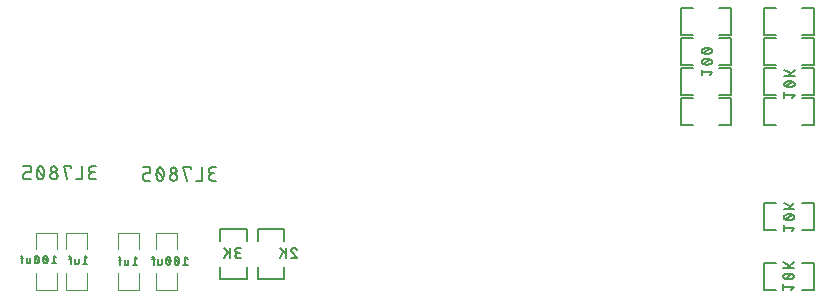
<source format=gbr>
G04 EAGLE Gerber RS-274X export*
G75*
%MOMM*%
%FSLAX34Y34*%
%LPD*%
%INSilkscreen Bottom*%
%IPPOS*%
%AMOC8*
5,1,8,0,0,1.08239X$1,22.5*%
G01*
%ADD10C,0.152400*%
%ADD11C,0.127000*%
%ADD12C,0.100000*%


D10*
X226314Y144526D02*
X223210Y144526D01*
X223099Y144528D01*
X222989Y144534D01*
X222878Y144544D01*
X222768Y144558D01*
X222659Y144575D01*
X222550Y144597D01*
X222442Y144622D01*
X222336Y144652D01*
X222230Y144685D01*
X222125Y144722D01*
X222022Y144762D01*
X221921Y144807D01*
X221821Y144854D01*
X221722Y144906D01*
X221626Y144961D01*
X221532Y145019D01*
X221440Y145080D01*
X221350Y145145D01*
X221262Y145213D01*
X221177Y145284D01*
X221095Y145358D01*
X221015Y145435D01*
X220938Y145515D01*
X220864Y145597D01*
X220793Y145682D01*
X220725Y145770D01*
X220660Y145860D01*
X220599Y145952D01*
X220541Y146046D01*
X220486Y146142D01*
X220434Y146241D01*
X220387Y146341D01*
X220342Y146442D01*
X220302Y146545D01*
X220265Y146650D01*
X220232Y146756D01*
X220202Y146862D01*
X220177Y146970D01*
X220155Y147079D01*
X220138Y147188D01*
X220124Y147298D01*
X220114Y147409D01*
X220108Y147519D01*
X220106Y147630D01*
X220108Y147741D01*
X220114Y147851D01*
X220124Y147962D01*
X220138Y148072D01*
X220155Y148181D01*
X220177Y148290D01*
X220202Y148398D01*
X220232Y148504D01*
X220265Y148610D01*
X220302Y148715D01*
X220342Y148818D01*
X220387Y148919D01*
X220434Y149019D01*
X220486Y149118D01*
X220541Y149214D01*
X220599Y149308D01*
X220660Y149400D01*
X220725Y149490D01*
X220793Y149578D01*
X220864Y149663D01*
X220938Y149745D01*
X221015Y149825D01*
X221095Y149902D01*
X221177Y149976D01*
X221262Y150047D01*
X221350Y150115D01*
X221440Y150180D01*
X221532Y150241D01*
X221626Y150299D01*
X221722Y150354D01*
X221821Y150406D01*
X221921Y150453D01*
X222022Y150498D01*
X222125Y150538D01*
X222230Y150575D01*
X222336Y150608D01*
X222442Y150638D01*
X222550Y150663D01*
X222659Y150685D01*
X222768Y150702D01*
X222878Y150716D01*
X222989Y150726D01*
X223099Y150732D01*
X223210Y150734D01*
X222589Y155702D02*
X226314Y155702D01*
X222589Y155702D02*
X222490Y155700D01*
X222392Y155694D01*
X222293Y155684D01*
X222196Y155671D01*
X222098Y155653D01*
X222002Y155632D01*
X221906Y155606D01*
X221812Y155577D01*
X221719Y155545D01*
X221627Y155508D01*
X221537Y155468D01*
X221448Y155424D01*
X221361Y155377D01*
X221276Y155327D01*
X221194Y155273D01*
X221113Y155216D01*
X221035Y155156D01*
X220959Y155092D01*
X220886Y155026D01*
X220815Y154957D01*
X220747Y154885D01*
X220683Y154810D01*
X220621Y154733D01*
X220562Y154654D01*
X220507Y154572D01*
X220454Y154488D01*
X220406Y154403D01*
X220360Y154315D01*
X220318Y154225D01*
X220280Y154134D01*
X220246Y154042D01*
X220215Y153948D01*
X220188Y153853D01*
X220164Y153757D01*
X220145Y153660D01*
X220129Y153563D01*
X220117Y153465D01*
X220109Y153366D01*
X220105Y153267D01*
X220105Y153169D01*
X220109Y153070D01*
X220117Y152971D01*
X220129Y152873D01*
X220145Y152776D01*
X220164Y152679D01*
X220188Y152583D01*
X220215Y152488D01*
X220246Y152394D01*
X220280Y152302D01*
X220318Y152211D01*
X220360Y152121D01*
X220406Y152033D01*
X220454Y151948D01*
X220507Y151864D01*
X220562Y151782D01*
X220621Y151703D01*
X220683Y151626D01*
X220747Y151551D01*
X220815Y151479D01*
X220886Y151410D01*
X220959Y151344D01*
X221035Y151280D01*
X221113Y151220D01*
X221194Y151163D01*
X221276Y151109D01*
X221361Y151059D01*
X221448Y151012D01*
X221537Y150968D01*
X221627Y150928D01*
X221719Y150891D01*
X221812Y150859D01*
X221906Y150830D01*
X222002Y150804D01*
X222098Y150783D01*
X222196Y150765D01*
X222293Y150752D01*
X222392Y150742D01*
X222490Y150736D01*
X222589Y150734D01*
X222589Y150735D02*
X225072Y150735D01*
X214475Y155702D02*
X214475Y144526D01*
X209508Y144526D01*
X204978Y154460D02*
X204978Y155702D01*
X198769Y155702D01*
X201874Y144526D01*
X193548Y147630D02*
X193546Y147741D01*
X193540Y147851D01*
X193530Y147962D01*
X193516Y148072D01*
X193499Y148181D01*
X193477Y148290D01*
X193452Y148398D01*
X193422Y148504D01*
X193389Y148610D01*
X193352Y148715D01*
X193312Y148818D01*
X193267Y148919D01*
X193220Y149019D01*
X193168Y149118D01*
X193113Y149214D01*
X193055Y149308D01*
X192994Y149400D01*
X192929Y149490D01*
X192861Y149578D01*
X192790Y149663D01*
X192716Y149745D01*
X192639Y149825D01*
X192559Y149902D01*
X192477Y149976D01*
X192392Y150047D01*
X192304Y150115D01*
X192214Y150180D01*
X192122Y150241D01*
X192028Y150299D01*
X191932Y150354D01*
X191833Y150406D01*
X191733Y150453D01*
X191632Y150498D01*
X191529Y150538D01*
X191424Y150575D01*
X191318Y150608D01*
X191212Y150638D01*
X191104Y150663D01*
X190995Y150685D01*
X190886Y150702D01*
X190776Y150716D01*
X190665Y150726D01*
X190555Y150732D01*
X190444Y150734D01*
X190333Y150732D01*
X190223Y150726D01*
X190112Y150716D01*
X190002Y150702D01*
X189893Y150685D01*
X189784Y150663D01*
X189676Y150638D01*
X189570Y150608D01*
X189464Y150575D01*
X189359Y150538D01*
X189256Y150498D01*
X189155Y150453D01*
X189055Y150406D01*
X188956Y150354D01*
X188860Y150299D01*
X188766Y150241D01*
X188674Y150180D01*
X188584Y150115D01*
X188496Y150047D01*
X188411Y149976D01*
X188329Y149902D01*
X188249Y149825D01*
X188172Y149745D01*
X188098Y149663D01*
X188027Y149578D01*
X187959Y149490D01*
X187894Y149400D01*
X187833Y149308D01*
X187775Y149214D01*
X187720Y149118D01*
X187668Y149019D01*
X187621Y148919D01*
X187576Y148818D01*
X187536Y148715D01*
X187499Y148610D01*
X187466Y148504D01*
X187436Y148398D01*
X187411Y148290D01*
X187389Y148181D01*
X187372Y148072D01*
X187358Y147962D01*
X187348Y147851D01*
X187342Y147741D01*
X187340Y147630D01*
X187342Y147519D01*
X187348Y147409D01*
X187358Y147298D01*
X187372Y147188D01*
X187389Y147079D01*
X187411Y146970D01*
X187436Y146862D01*
X187466Y146756D01*
X187499Y146650D01*
X187536Y146545D01*
X187576Y146442D01*
X187621Y146341D01*
X187668Y146241D01*
X187720Y146142D01*
X187775Y146046D01*
X187833Y145952D01*
X187894Y145860D01*
X187959Y145770D01*
X188027Y145682D01*
X188098Y145597D01*
X188172Y145515D01*
X188249Y145435D01*
X188329Y145358D01*
X188411Y145284D01*
X188496Y145213D01*
X188584Y145145D01*
X188674Y145080D01*
X188766Y145019D01*
X188860Y144961D01*
X188956Y144906D01*
X189055Y144854D01*
X189155Y144807D01*
X189256Y144762D01*
X189359Y144722D01*
X189464Y144685D01*
X189570Y144652D01*
X189676Y144622D01*
X189784Y144597D01*
X189893Y144575D01*
X190002Y144558D01*
X190112Y144544D01*
X190223Y144534D01*
X190333Y144528D01*
X190444Y144526D01*
X190555Y144528D01*
X190665Y144534D01*
X190776Y144544D01*
X190886Y144558D01*
X190995Y144575D01*
X191104Y144597D01*
X191212Y144622D01*
X191318Y144652D01*
X191424Y144685D01*
X191529Y144722D01*
X191632Y144762D01*
X191733Y144807D01*
X191833Y144854D01*
X191932Y144906D01*
X192028Y144961D01*
X192122Y145019D01*
X192214Y145080D01*
X192304Y145145D01*
X192392Y145213D01*
X192477Y145284D01*
X192559Y145358D01*
X192639Y145435D01*
X192716Y145515D01*
X192790Y145597D01*
X192861Y145682D01*
X192929Y145770D01*
X192994Y145860D01*
X193055Y145952D01*
X193113Y146046D01*
X193168Y146142D01*
X193220Y146241D01*
X193267Y146341D01*
X193312Y146442D01*
X193352Y146545D01*
X193389Y146650D01*
X193422Y146756D01*
X193452Y146862D01*
X193477Y146970D01*
X193499Y147079D01*
X193516Y147188D01*
X193530Y147298D01*
X193540Y147409D01*
X193546Y147519D01*
X193548Y147630D01*
X192928Y153218D02*
X192926Y153317D01*
X192920Y153415D01*
X192910Y153514D01*
X192897Y153611D01*
X192879Y153709D01*
X192858Y153805D01*
X192832Y153901D01*
X192803Y153995D01*
X192771Y154088D01*
X192734Y154180D01*
X192694Y154270D01*
X192650Y154359D01*
X192603Y154446D01*
X192553Y154531D01*
X192499Y154613D01*
X192442Y154694D01*
X192382Y154772D01*
X192318Y154848D01*
X192252Y154921D01*
X192183Y154992D01*
X192111Y155060D01*
X192036Y155124D01*
X191959Y155186D01*
X191880Y155245D01*
X191798Y155300D01*
X191714Y155353D01*
X191629Y155401D01*
X191541Y155447D01*
X191451Y155489D01*
X191360Y155527D01*
X191268Y155561D01*
X191174Y155592D01*
X191079Y155619D01*
X190983Y155643D01*
X190886Y155662D01*
X190789Y155678D01*
X190691Y155690D01*
X190592Y155698D01*
X190493Y155702D01*
X190395Y155702D01*
X190296Y155698D01*
X190197Y155690D01*
X190099Y155678D01*
X190002Y155662D01*
X189905Y155643D01*
X189809Y155619D01*
X189714Y155592D01*
X189620Y155561D01*
X189528Y155527D01*
X189437Y155489D01*
X189347Y155447D01*
X189259Y155401D01*
X189174Y155353D01*
X189090Y155300D01*
X189008Y155245D01*
X188929Y155186D01*
X188852Y155124D01*
X188777Y155060D01*
X188705Y154992D01*
X188636Y154921D01*
X188570Y154848D01*
X188506Y154772D01*
X188446Y154694D01*
X188389Y154613D01*
X188335Y154531D01*
X188285Y154446D01*
X188238Y154359D01*
X188194Y154270D01*
X188154Y154180D01*
X188117Y154088D01*
X188085Y153995D01*
X188056Y153901D01*
X188030Y153805D01*
X188009Y153709D01*
X187991Y153611D01*
X187978Y153514D01*
X187968Y153415D01*
X187962Y153317D01*
X187960Y153218D01*
X187962Y153119D01*
X187968Y153021D01*
X187978Y152922D01*
X187991Y152825D01*
X188009Y152727D01*
X188030Y152631D01*
X188056Y152535D01*
X188085Y152441D01*
X188117Y152348D01*
X188154Y152256D01*
X188194Y152166D01*
X188238Y152077D01*
X188285Y151990D01*
X188335Y151905D01*
X188389Y151823D01*
X188446Y151742D01*
X188506Y151664D01*
X188570Y151588D01*
X188636Y151515D01*
X188705Y151444D01*
X188777Y151376D01*
X188852Y151312D01*
X188929Y151250D01*
X189008Y151191D01*
X189090Y151136D01*
X189174Y151083D01*
X189259Y151035D01*
X189347Y150989D01*
X189437Y150947D01*
X189528Y150909D01*
X189620Y150875D01*
X189714Y150844D01*
X189809Y150817D01*
X189905Y150793D01*
X190002Y150774D01*
X190099Y150758D01*
X190197Y150746D01*
X190296Y150738D01*
X190395Y150734D01*
X190493Y150734D01*
X190592Y150738D01*
X190691Y150746D01*
X190789Y150758D01*
X190886Y150774D01*
X190983Y150793D01*
X191079Y150817D01*
X191174Y150844D01*
X191268Y150875D01*
X191360Y150909D01*
X191451Y150947D01*
X191541Y150989D01*
X191629Y151035D01*
X191714Y151083D01*
X191798Y151136D01*
X191880Y151191D01*
X191959Y151250D01*
X192036Y151312D01*
X192111Y151376D01*
X192183Y151444D01*
X192252Y151515D01*
X192318Y151588D01*
X192382Y151664D01*
X192442Y151742D01*
X192499Y151823D01*
X192553Y151905D01*
X192603Y151990D01*
X192650Y152077D01*
X192694Y152166D01*
X192734Y152256D01*
X192771Y152348D01*
X192803Y152441D01*
X192832Y152535D01*
X192858Y152631D01*
X192879Y152727D01*
X192897Y152825D01*
X192910Y152922D01*
X192920Y153021D01*
X192926Y153119D01*
X192928Y153218D01*
X182118Y150114D02*
X182115Y150334D01*
X182108Y150554D01*
X182094Y150773D01*
X182076Y150992D01*
X182052Y151211D01*
X182024Y151429D01*
X181990Y151646D01*
X181951Y151862D01*
X181906Y152078D01*
X181857Y152292D01*
X181802Y152505D01*
X181743Y152717D01*
X181678Y152927D01*
X181608Y153135D01*
X181534Y153342D01*
X181454Y153547D01*
X181370Y153750D01*
X181281Y153951D01*
X181187Y154150D01*
X181154Y154239D01*
X181118Y154327D01*
X181078Y154413D01*
X181035Y154498D01*
X180988Y154580D01*
X180937Y154661D01*
X180884Y154739D01*
X180827Y154815D01*
X180767Y154889D01*
X180704Y154960D01*
X180639Y155029D01*
X180570Y155095D01*
X180499Y155157D01*
X180425Y155217D01*
X180349Y155274D01*
X180271Y155328D01*
X180190Y155378D01*
X180108Y155425D01*
X180023Y155468D01*
X179937Y155508D01*
X179849Y155545D01*
X179760Y155577D01*
X179670Y155606D01*
X179578Y155632D01*
X179486Y155653D01*
X179392Y155671D01*
X179298Y155684D01*
X179204Y155694D01*
X179109Y155700D01*
X179014Y155702D01*
X178919Y155700D01*
X178824Y155694D01*
X178730Y155684D01*
X178636Y155671D01*
X178542Y155653D01*
X178450Y155632D01*
X178358Y155606D01*
X178268Y155577D01*
X178179Y155545D01*
X178091Y155508D01*
X178005Y155468D01*
X177920Y155425D01*
X177838Y155378D01*
X177757Y155328D01*
X177679Y155274D01*
X177603Y155217D01*
X177529Y155157D01*
X177458Y155095D01*
X177389Y155029D01*
X177324Y154960D01*
X177261Y154889D01*
X177201Y154815D01*
X177144Y154739D01*
X177091Y154661D01*
X177040Y154580D01*
X176993Y154498D01*
X176950Y154413D01*
X176910Y154327D01*
X176874Y154239D01*
X176841Y154150D01*
X176840Y154150D02*
X176746Y153951D01*
X176657Y153750D01*
X176573Y153547D01*
X176493Y153342D01*
X176419Y153135D01*
X176349Y152927D01*
X176284Y152717D01*
X176225Y152505D01*
X176170Y152292D01*
X176121Y152078D01*
X176076Y151862D01*
X176037Y151646D01*
X176003Y151429D01*
X175975Y151211D01*
X175951Y150992D01*
X175933Y150773D01*
X175919Y150554D01*
X175912Y150334D01*
X175909Y150114D01*
X182118Y150114D02*
X182115Y149894D01*
X182108Y149674D01*
X182094Y149455D01*
X182076Y149236D01*
X182052Y149017D01*
X182024Y148799D01*
X181990Y148582D01*
X181951Y148366D01*
X181906Y148150D01*
X181857Y147936D01*
X181802Y147723D01*
X181743Y147512D01*
X181678Y147301D01*
X181608Y147093D01*
X181534Y146886D01*
X181454Y146681D01*
X181370Y146478D01*
X181281Y146277D01*
X181187Y146078D01*
X181154Y145989D01*
X181118Y145901D01*
X181078Y145815D01*
X181035Y145730D01*
X180988Y145648D01*
X180937Y145567D01*
X180884Y145489D01*
X180827Y145413D01*
X180767Y145339D01*
X180704Y145268D01*
X180639Y145199D01*
X180570Y145133D01*
X180499Y145071D01*
X180425Y145011D01*
X180349Y144954D01*
X180271Y144900D01*
X180190Y144850D01*
X180108Y144803D01*
X180023Y144760D01*
X179937Y144720D01*
X179849Y144683D01*
X179760Y144651D01*
X179670Y144622D01*
X179578Y144596D01*
X179486Y144575D01*
X179392Y144557D01*
X179298Y144544D01*
X179204Y144534D01*
X179109Y144528D01*
X179014Y144526D01*
X176840Y146078D02*
X176746Y146277D01*
X176657Y146478D01*
X176573Y146681D01*
X176493Y146886D01*
X176419Y147093D01*
X176349Y147301D01*
X176284Y147511D01*
X176225Y147723D01*
X176170Y147936D01*
X176121Y148150D01*
X176076Y148366D01*
X176037Y148582D01*
X176003Y148799D01*
X175975Y149017D01*
X175951Y149236D01*
X175933Y149455D01*
X175919Y149674D01*
X175912Y149894D01*
X175909Y150114D01*
X176841Y146078D02*
X176874Y145989D01*
X176910Y145901D01*
X176950Y145815D01*
X176993Y145730D01*
X177040Y145648D01*
X177091Y145567D01*
X177144Y145489D01*
X177201Y145413D01*
X177261Y145339D01*
X177324Y145268D01*
X177389Y145199D01*
X177458Y145133D01*
X177529Y145071D01*
X177603Y145011D01*
X177679Y144954D01*
X177757Y144900D01*
X177838Y144850D01*
X177920Y144803D01*
X178005Y144760D01*
X178091Y144720D01*
X178179Y144683D01*
X178268Y144651D01*
X178358Y144622D01*
X178450Y144596D01*
X178542Y144575D01*
X178636Y144557D01*
X178730Y144544D01*
X178824Y144534D01*
X178919Y144528D01*
X179014Y144526D01*
X181497Y147010D02*
X176530Y153218D01*
X170688Y144526D02*
X166963Y144526D01*
X166865Y144528D01*
X166768Y144534D01*
X166671Y144543D01*
X166574Y144557D01*
X166478Y144574D01*
X166383Y144595D01*
X166289Y144619D01*
X166195Y144648D01*
X166103Y144680D01*
X166012Y144715D01*
X165923Y144754D01*
X165835Y144797D01*
X165749Y144843D01*
X165665Y144892D01*
X165583Y144945D01*
X165503Y145000D01*
X165425Y145059D01*
X165350Y145121D01*
X165277Y145186D01*
X165207Y145254D01*
X165139Y145324D01*
X165074Y145397D01*
X165012Y145472D01*
X164953Y145550D01*
X164898Y145630D01*
X164845Y145712D01*
X164796Y145796D01*
X164750Y145882D01*
X164707Y145970D01*
X164668Y146059D01*
X164633Y146150D01*
X164601Y146242D01*
X164572Y146336D01*
X164548Y146430D01*
X164527Y146525D01*
X164510Y146621D01*
X164496Y146718D01*
X164487Y146815D01*
X164481Y146912D01*
X164479Y147010D01*
X164479Y148251D01*
X164481Y148349D01*
X164487Y148446D01*
X164496Y148543D01*
X164510Y148640D01*
X164527Y148736D01*
X164548Y148831D01*
X164572Y148925D01*
X164601Y149019D01*
X164633Y149111D01*
X164668Y149202D01*
X164707Y149291D01*
X164750Y149379D01*
X164796Y149465D01*
X164845Y149549D01*
X164898Y149631D01*
X164953Y149711D01*
X165012Y149789D01*
X165074Y149864D01*
X165139Y149937D01*
X165207Y150007D01*
X165277Y150075D01*
X165350Y150140D01*
X165425Y150202D01*
X165503Y150261D01*
X165583Y150316D01*
X165665Y150369D01*
X165749Y150418D01*
X165835Y150464D01*
X165923Y150507D01*
X166012Y150546D01*
X166103Y150581D01*
X166195Y150613D01*
X166289Y150642D01*
X166383Y150666D01*
X166478Y150687D01*
X166574Y150704D01*
X166671Y150718D01*
X166768Y150727D01*
X166865Y150733D01*
X166963Y150735D01*
X170688Y150735D01*
X170688Y155702D01*
X164479Y155702D01*
X124968Y145542D02*
X121864Y145542D01*
X121753Y145544D01*
X121643Y145550D01*
X121532Y145560D01*
X121422Y145574D01*
X121313Y145591D01*
X121204Y145613D01*
X121096Y145638D01*
X120990Y145668D01*
X120884Y145701D01*
X120779Y145738D01*
X120676Y145778D01*
X120575Y145823D01*
X120475Y145870D01*
X120376Y145922D01*
X120280Y145977D01*
X120186Y146035D01*
X120094Y146096D01*
X120004Y146161D01*
X119916Y146229D01*
X119831Y146300D01*
X119749Y146374D01*
X119669Y146451D01*
X119592Y146531D01*
X119518Y146613D01*
X119447Y146698D01*
X119379Y146786D01*
X119314Y146876D01*
X119253Y146968D01*
X119195Y147062D01*
X119140Y147158D01*
X119088Y147257D01*
X119041Y147357D01*
X118996Y147458D01*
X118956Y147561D01*
X118919Y147666D01*
X118886Y147772D01*
X118856Y147878D01*
X118831Y147986D01*
X118809Y148095D01*
X118792Y148204D01*
X118778Y148314D01*
X118768Y148425D01*
X118762Y148535D01*
X118760Y148646D01*
X118762Y148757D01*
X118768Y148867D01*
X118778Y148978D01*
X118792Y149088D01*
X118809Y149197D01*
X118831Y149306D01*
X118856Y149414D01*
X118886Y149520D01*
X118919Y149626D01*
X118956Y149731D01*
X118996Y149834D01*
X119041Y149935D01*
X119088Y150035D01*
X119140Y150134D01*
X119195Y150230D01*
X119253Y150324D01*
X119314Y150416D01*
X119379Y150506D01*
X119447Y150594D01*
X119518Y150679D01*
X119592Y150761D01*
X119669Y150841D01*
X119749Y150918D01*
X119831Y150992D01*
X119916Y151063D01*
X120004Y151131D01*
X120094Y151196D01*
X120186Y151257D01*
X120280Y151315D01*
X120376Y151370D01*
X120475Y151422D01*
X120575Y151469D01*
X120676Y151514D01*
X120779Y151554D01*
X120884Y151591D01*
X120990Y151624D01*
X121096Y151654D01*
X121204Y151679D01*
X121313Y151701D01*
X121422Y151718D01*
X121532Y151732D01*
X121643Y151742D01*
X121753Y151748D01*
X121864Y151750D01*
X121243Y156718D02*
X124968Y156718D01*
X121243Y156718D02*
X121144Y156716D01*
X121046Y156710D01*
X120947Y156700D01*
X120850Y156687D01*
X120752Y156669D01*
X120656Y156648D01*
X120560Y156622D01*
X120466Y156593D01*
X120373Y156561D01*
X120281Y156524D01*
X120191Y156484D01*
X120102Y156440D01*
X120015Y156393D01*
X119930Y156343D01*
X119848Y156289D01*
X119767Y156232D01*
X119689Y156172D01*
X119613Y156108D01*
X119540Y156042D01*
X119469Y155973D01*
X119401Y155901D01*
X119337Y155826D01*
X119275Y155749D01*
X119216Y155670D01*
X119161Y155588D01*
X119108Y155504D01*
X119060Y155419D01*
X119014Y155331D01*
X118972Y155241D01*
X118934Y155150D01*
X118900Y155058D01*
X118869Y154964D01*
X118842Y154869D01*
X118818Y154773D01*
X118799Y154676D01*
X118783Y154579D01*
X118771Y154481D01*
X118763Y154382D01*
X118759Y154283D01*
X118759Y154185D01*
X118763Y154086D01*
X118771Y153987D01*
X118783Y153889D01*
X118799Y153792D01*
X118818Y153695D01*
X118842Y153599D01*
X118869Y153504D01*
X118900Y153410D01*
X118934Y153318D01*
X118972Y153227D01*
X119014Y153137D01*
X119060Y153049D01*
X119108Y152964D01*
X119161Y152880D01*
X119216Y152798D01*
X119275Y152719D01*
X119337Y152642D01*
X119401Y152567D01*
X119469Y152495D01*
X119540Y152426D01*
X119613Y152360D01*
X119689Y152296D01*
X119767Y152236D01*
X119848Y152179D01*
X119930Y152125D01*
X120015Y152075D01*
X120102Y152028D01*
X120191Y151984D01*
X120281Y151944D01*
X120373Y151907D01*
X120466Y151875D01*
X120560Y151846D01*
X120656Y151820D01*
X120752Y151799D01*
X120850Y151781D01*
X120947Y151768D01*
X121046Y151758D01*
X121144Y151752D01*
X121243Y151750D01*
X121243Y151751D02*
X123726Y151751D01*
X113129Y156718D02*
X113129Y145542D01*
X108162Y145542D01*
X103632Y155476D02*
X103632Y156718D01*
X97423Y156718D01*
X100528Y145542D01*
X92202Y148646D02*
X92200Y148757D01*
X92194Y148867D01*
X92184Y148978D01*
X92170Y149088D01*
X92153Y149197D01*
X92131Y149306D01*
X92106Y149414D01*
X92076Y149520D01*
X92043Y149626D01*
X92006Y149731D01*
X91966Y149834D01*
X91921Y149935D01*
X91874Y150035D01*
X91822Y150134D01*
X91767Y150230D01*
X91709Y150324D01*
X91648Y150416D01*
X91583Y150506D01*
X91515Y150594D01*
X91444Y150679D01*
X91370Y150761D01*
X91293Y150841D01*
X91213Y150918D01*
X91131Y150992D01*
X91046Y151063D01*
X90958Y151131D01*
X90868Y151196D01*
X90776Y151257D01*
X90682Y151315D01*
X90586Y151370D01*
X90487Y151422D01*
X90387Y151469D01*
X90286Y151514D01*
X90183Y151554D01*
X90078Y151591D01*
X89972Y151624D01*
X89866Y151654D01*
X89758Y151679D01*
X89649Y151701D01*
X89540Y151718D01*
X89430Y151732D01*
X89319Y151742D01*
X89209Y151748D01*
X89098Y151750D01*
X88987Y151748D01*
X88877Y151742D01*
X88766Y151732D01*
X88656Y151718D01*
X88547Y151701D01*
X88438Y151679D01*
X88330Y151654D01*
X88224Y151624D01*
X88118Y151591D01*
X88013Y151554D01*
X87910Y151514D01*
X87809Y151469D01*
X87709Y151422D01*
X87610Y151370D01*
X87514Y151315D01*
X87420Y151257D01*
X87328Y151196D01*
X87238Y151131D01*
X87150Y151063D01*
X87065Y150992D01*
X86983Y150918D01*
X86903Y150841D01*
X86826Y150761D01*
X86752Y150679D01*
X86681Y150594D01*
X86613Y150506D01*
X86548Y150416D01*
X86487Y150324D01*
X86429Y150230D01*
X86374Y150134D01*
X86322Y150035D01*
X86275Y149935D01*
X86230Y149834D01*
X86190Y149731D01*
X86153Y149626D01*
X86120Y149520D01*
X86090Y149414D01*
X86065Y149306D01*
X86043Y149197D01*
X86026Y149088D01*
X86012Y148978D01*
X86002Y148867D01*
X85996Y148757D01*
X85994Y148646D01*
X85996Y148535D01*
X86002Y148425D01*
X86012Y148314D01*
X86026Y148204D01*
X86043Y148095D01*
X86065Y147986D01*
X86090Y147878D01*
X86120Y147772D01*
X86153Y147666D01*
X86190Y147561D01*
X86230Y147458D01*
X86275Y147357D01*
X86322Y147257D01*
X86374Y147158D01*
X86429Y147062D01*
X86487Y146968D01*
X86548Y146876D01*
X86613Y146786D01*
X86681Y146698D01*
X86752Y146613D01*
X86826Y146531D01*
X86903Y146451D01*
X86983Y146374D01*
X87065Y146300D01*
X87150Y146229D01*
X87238Y146161D01*
X87328Y146096D01*
X87420Y146035D01*
X87514Y145977D01*
X87610Y145922D01*
X87709Y145870D01*
X87809Y145823D01*
X87910Y145778D01*
X88013Y145738D01*
X88118Y145701D01*
X88224Y145668D01*
X88330Y145638D01*
X88438Y145613D01*
X88547Y145591D01*
X88656Y145574D01*
X88766Y145560D01*
X88877Y145550D01*
X88987Y145544D01*
X89098Y145542D01*
X89209Y145544D01*
X89319Y145550D01*
X89430Y145560D01*
X89540Y145574D01*
X89649Y145591D01*
X89758Y145613D01*
X89866Y145638D01*
X89972Y145668D01*
X90078Y145701D01*
X90183Y145738D01*
X90286Y145778D01*
X90387Y145823D01*
X90487Y145870D01*
X90586Y145922D01*
X90682Y145977D01*
X90776Y146035D01*
X90868Y146096D01*
X90958Y146161D01*
X91046Y146229D01*
X91131Y146300D01*
X91213Y146374D01*
X91293Y146451D01*
X91370Y146531D01*
X91444Y146613D01*
X91515Y146698D01*
X91583Y146786D01*
X91648Y146876D01*
X91709Y146968D01*
X91767Y147062D01*
X91822Y147158D01*
X91874Y147257D01*
X91921Y147357D01*
X91966Y147458D01*
X92006Y147561D01*
X92043Y147666D01*
X92076Y147772D01*
X92106Y147878D01*
X92131Y147986D01*
X92153Y148095D01*
X92170Y148204D01*
X92184Y148314D01*
X92194Y148425D01*
X92200Y148535D01*
X92202Y148646D01*
X91582Y154234D02*
X91580Y154333D01*
X91574Y154431D01*
X91564Y154530D01*
X91551Y154627D01*
X91533Y154725D01*
X91512Y154821D01*
X91486Y154917D01*
X91457Y155011D01*
X91425Y155104D01*
X91388Y155196D01*
X91348Y155286D01*
X91304Y155375D01*
X91257Y155462D01*
X91207Y155547D01*
X91153Y155629D01*
X91096Y155710D01*
X91036Y155788D01*
X90972Y155864D01*
X90906Y155937D01*
X90837Y156008D01*
X90765Y156076D01*
X90690Y156140D01*
X90613Y156202D01*
X90534Y156261D01*
X90452Y156316D01*
X90368Y156369D01*
X90283Y156417D01*
X90195Y156463D01*
X90105Y156505D01*
X90014Y156543D01*
X89922Y156577D01*
X89828Y156608D01*
X89733Y156635D01*
X89637Y156659D01*
X89540Y156678D01*
X89443Y156694D01*
X89345Y156706D01*
X89246Y156714D01*
X89147Y156718D01*
X89049Y156718D01*
X88950Y156714D01*
X88851Y156706D01*
X88753Y156694D01*
X88656Y156678D01*
X88559Y156659D01*
X88463Y156635D01*
X88368Y156608D01*
X88274Y156577D01*
X88182Y156543D01*
X88091Y156505D01*
X88001Y156463D01*
X87913Y156417D01*
X87828Y156369D01*
X87744Y156316D01*
X87662Y156261D01*
X87583Y156202D01*
X87506Y156140D01*
X87431Y156076D01*
X87359Y156008D01*
X87290Y155937D01*
X87224Y155864D01*
X87160Y155788D01*
X87100Y155710D01*
X87043Y155629D01*
X86989Y155547D01*
X86939Y155462D01*
X86892Y155375D01*
X86848Y155286D01*
X86808Y155196D01*
X86771Y155104D01*
X86739Y155011D01*
X86710Y154917D01*
X86684Y154821D01*
X86663Y154725D01*
X86645Y154627D01*
X86632Y154530D01*
X86622Y154431D01*
X86616Y154333D01*
X86614Y154234D01*
X86616Y154135D01*
X86622Y154037D01*
X86632Y153938D01*
X86645Y153841D01*
X86663Y153743D01*
X86684Y153647D01*
X86710Y153551D01*
X86739Y153457D01*
X86771Y153364D01*
X86808Y153272D01*
X86848Y153182D01*
X86892Y153093D01*
X86939Y153006D01*
X86989Y152921D01*
X87043Y152839D01*
X87100Y152758D01*
X87160Y152680D01*
X87224Y152604D01*
X87290Y152531D01*
X87359Y152460D01*
X87431Y152392D01*
X87506Y152328D01*
X87583Y152266D01*
X87662Y152207D01*
X87744Y152152D01*
X87828Y152099D01*
X87913Y152051D01*
X88001Y152005D01*
X88091Y151963D01*
X88182Y151925D01*
X88274Y151891D01*
X88368Y151860D01*
X88463Y151833D01*
X88559Y151809D01*
X88656Y151790D01*
X88753Y151774D01*
X88851Y151762D01*
X88950Y151754D01*
X89049Y151750D01*
X89147Y151750D01*
X89246Y151754D01*
X89345Y151762D01*
X89443Y151774D01*
X89540Y151790D01*
X89637Y151809D01*
X89733Y151833D01*
X89828Y151860D01*
X89922Y151891D01*
X90014Y151925D01*
X90105Y151963D01*
X90195Y152005D01*
X90283Y152051D01*
X90368Y152099D01*
X90452Y152152D01*
X90534Y152207D01*
X90613Y152266D01*
X90690Y152328D01*
X90765Y152392D01*
X90837Y152460D01*
X90906Y152531D01*
X90972Y152604D01*
X91036Y152680D01*
X91096Y152758D01*
X91153Y152839D01*
X91207Y152921D01*
X91257Y153006D01*
X91304Y153093D01*
X91348Y153182D01*
X91388Y153272D01*
X91425Y153364D01*
X91457Y153457D01*
X91486Y153551D01*
X91512Y153647D01*
X91533Y153743D01*
X91551Y153841D01*
X91564Y153938D01*
X91574Y154037D01*
X91580Y154135D01*
X91582Y154234D01*
X80772Y151130D02*
X80769Y151350D01*
X80762Y151570D01*
X80748Y151789D01*
X80730Y152008D01*
X80706Y152227D01*
X80678Y152445D01*
X80644Y152662D01*
X80605Y152878D01*
X80560Y153094D01*
X80511Y153308D01*
X80456Y153521D01*
X80397Y153733D01*
X80332Y153943D01*
X80262Y154151D01*
X80188Y154358D01*
X80108Y154563D01*
X80024Y154766D01*
X79935Y154967D01*
X79841Y155166D01*
X79808Y155255D01*
X79772Y155343D01*
X79732Y155429D01*
X79689Y155514D01*
X79642Y155596D01*
X79591Y155677D01*
X79538Y155755D01*
X79481Y155831D01*
X79421Y155905D01*
X79358Y155976D01*
X79293Y156045D01*
X79224Y156111D01*
X79153Y156173D01*
X79079Y156233D01*
X79003Y156290D01*
X78925Y156344D01*
X78844Y156394D01*
X78762Y156441D01*
X78677Y156484D01*
X78591Y156524D01*
X78503Y156561D01*
X78414Y156593D01*
X78324Y156622D01*
X78232Y156648D01*
X78140Y156669D01*
X78046Y156687D01*
X77952Y156700D01*
X77858Y156710D01*
X77763Y156716D01*
X77668Y156718D01*
X77573Y156716D01*
X77478Y156710D01*
X77384Y156700D01*
X77290Y156687D01*
X77196Y156669D01*
X77104Y156648D01*
X77012Y156622D01*
X76922Y156593D01*
X76833Y156561D01*
X76745Y156524D01*
X76659Y156484D01*
X76574Y156441D01*
X76492Y156394D01*
X76411Y156344D01*
X76333Y156290D01*
X76257Y156233D01*
X76183Y156173D01*
X76112Y156111D01*
X76043Y156045D01*
X75978Y155976D01*
X75915Y155905D01*
X75855Y155831D01*
X75798Y155755D01*
X75745Y155677D01*
X75694Y155596D01*
X75647Y155514D01*
X75604Y155429D01*
X75564Y155343D01*
X75528Y155255D01*
X75495Y155166D01*
X75494Y155166D02*
X75400Y154967D01*
X75311Y154766D01*
X75227Y154563D01*
X75147Y154358D01*
X75073Y154151D01*
X75003Y153943D01*
X74938Y153733D01*
X74879Y153521D01*
X74824Y153308D01*
X74775Y153094D01*
X74730Y152878D01*
X74691Y152662D01*
X74657Y152445D01*
X74629Y152227D01*
X74605Y152008D01*
X74587Y151789D01*
X74573Y151570D01*
X74566Y151350D01*
X74563Y151130D01*
X80772Y151130D02*
X80769Y150910D01*
X80762Y150690D01*
X80748Y150471D01*
X80730Y150252D01*
X80706Y150033D01*
X80678Y149815D01*
X80644Y149598D01*
X80605Y149382D01*
X80560Y149166D01*
X80511Y148952D01*
X80456Y148739D01*
X80397Y148528D01*
X80332Y148317D01*
X80262Y148109D01*
X80188Y147902D01*
X80108Y147697D01*
X80024Y147494D01*
X79935Y147293D01*
X79841Y147094D01*
X79808Y147005D01*
X79772Y146917D01*
X79732Y146831D01*
X79689Y146746D01*
X79642Y146664D01*
X79591Y146583D01*
X79538Y146505D01*
X79481Y146429D01*
X79421Y146355D01*
X79358Y146284D01*
X79293Y146215D01*
X79224Y146149D01*
X79153Y146087D01*
X79079Y146027D01*
X79003Y145970D01*
X78925Y145916D01*
X78844Y145866D01*
X78762Y145819D01*
X78677Y145776D01*
X78591Y145736D01*
X78503Y145699D01*
X78414Y145667D01*
X78324Y145638D01*
X78232Y145612D01*
X78140Y145591D01*
X78046Y145573D01*
X77952Y145560D01*
X77858Y145550D01*
X77763Y145544D01*
X77668Y145542D01*
X75494Y147094D02*
X75400Y147293D01*
X75311Y147494D01*
X75227Y147697D01*
X75147Y147902D01*
X75073Y148109D01*
X75003Y148317D01*
X74938Y148527D01*
X74879Y148739D01*
X74824Y148952D01*
X74775Y149166D01*
X74730Y149382D01*
X74691Y149598D01*
X74657Y149815D01*
X74629Y150033D01*
X74605Y150252D01*
X74587Y150471D01*
X74573Y150690D01*
X74566Y150910D01*
X74563Y151130D01*
X75495Y147094D02*
X75528Y147005D01*
X75564Y146917D01*
X75604Y146831D01*
X75647Y146746D01*
X75694Y146664D01*
X75745Y146583D01*
X75798Y146505D01*
X75855Y146429D01*
X75915Y146355D01*
X75978Y146284D01*
X76043Y146215D01*
X76112Y146149D01*
X76183Y146087D01*
X76257Y146027D01*
X76333Y145970D01*
X76411Y145916D01*
X76492Y145866D01*
X76574Y145819D01*
X76659Y145776D01*
X76745Y145736D01*
X76833Y145699D01*
X76922Y145667D01*
X77012Y145638D01*
X77104Y145612D01*
X77196Y145591D01*
X77290Y145573D01*
X77384Y145560D01*
X77478Y145550D01*
X77573Y145544D01*
X77668Y145542D01*
X80151Y148026D02*
X75184Y154234D01*
X69342Y145542D02*
X65617Y145542D01*
X65519Y145544D01*
X65422Y145550D01*
X65325Y145559D01*
X65228Y145573D01*
X65132Y145590D01*
X65037Y145611D01*
X64943Y145635D01*
X64849Y145664D01*
X64757Y145696D01*
X64666Y145731D01*
X64577Y145770D01*
X64489Y145813D01*
X64403Y145859D01*
X64319Y145908D01*
X64237Y145961D01*
X64157Y146016D01*
X64079Y146075D01*
X64004Y146137D01*
X63931Y146202D01*
X63861Y146270D01*
X63793Y146340D01*
X63728Y146413D01*
X63666Y146488D01*
X63607Y146566D01*
X63552Y146646D01*
X63499Y146728D01*
X63450Y146812D01*
X63404Y146898D01*
X63361Y146986D01*
X63322Y147075D01*
X63287Y147166D01*
X63255Y147258D01*
X63226Y147352D01*
X63202Y147446D01*
X63181Y147541D01*
X63164Y147637D01*
X63150Y147734D01*
X63141Y147831D01*
X63135Y147928D01*
X63133Y148026D01*
X63133Y149267D01*
X63135Y149365D01*
X63141Y149462D01*
X63150Y149559D01*
X63164Y149656D01*
X63181Y149752D01*
X63202Y149847D01*
X63226Y149941D01*
X63255Y150035D01*
X63287Y150127D01*
X63322Y150218D01*
X63361Y150307D01*
X63404Y150395D01*
X63450Y150481D01*
X63499Y150565D01*
X63552Y150647D01*
X63607Y150727D01*
X63666Y150805D01*
X63728Y150880D01*
X63793Y150953D01*
X63861Y151023D01*
X63931Y151091D01*
X64004Y151156D01*
X64079Y151218D01*
X64157Y151277D01*
X64237Y151332D01*
X64319Y151385D01*
X64403Y151434D01*
X64489Y151480D01*
X64577Y151523D01*
X64666Y151562D01*
X64757Y151597D01*
X64849Y151629D01*
X64943Y151658D01*
X65037Y151682D01*
X65132Y151703D01*
X65228Y151720D01*
X65325Y151734D01*
X65422Y151743D01*
X65519Y151749D01*
X65617Y151751D01*
X69342Y151751D01*
X69342Y156718D01*
X63133Y156718D01*
X230030Y103820D02*
X230030Y93550D01*
X230030Y103820D02*
X252570Y103820D01*
X252570Y93550D01*
X230030Y71550D02*
X230030Y61280D01*
X252570Y61280D01*
X252570Y71550D01*
D11*
X247695Y78695D02*
X245226Y78695D01*
X245128Y78697D01*
X245030Y78703D01*
X244932Y78713D01*
X244835Y78726D01*
X244738Y78744D01*
X244642Y78765D01*
X244548Y78790D01*
X244454Y78819D01*
X244361Y78851D01*
X244270Y78888D01*
X244180Y78927D01*
X244092Y78971D01*
X244006Y79018D01*
X243921Y79068D01*
X243839Y79121D01*
X243759Y79178D01*
X243681Y79238D01*
X243606Y79301D01*
X243533Y79367D01*
X243463Y79436D01*
X243396Y79507D01*
X243331Y79581D01*
X243270Y79658D01*
X243211Y79737D01*
X243156Y79818D01*
X243104Y79901D01*
X243056Y79987D01*
X243011Y80074D01*
X242969Y80163D01*
X242931Y80253D01*
X242897Y80345D01*
X242866Y80438D01*
X242839Y80533D01*
X242816Y80628D01*
X242796Y80725D01*
X242781Y80821D01*
X242769Y80919D01*
X242761Y81017D01*
X242757Y81115D01*
X242757Y81213D01*
X242761Y81311D01*
X242769Y81409D01*
X242781Y81507D01*
X242796Y81603D01*
X242816Y81700D01*
X242839Y81795D01*
X242866Y81890D01*
X242897Y81983D01*
X242931Y82075D01*
X242969Y82165D01*
X243011Y82254D01*
X243056Y82341D01*
X243104Y82427D01*
X243156Y82510D01*
X243211Y82591D01*
X243270Y82670D01*
X243331Y82747D01*
X243396Y82821D01*
X243463Y82892D01*
X243533Y82961D01*
X243606Y83027D01*
X243681Y83090D01*
X243759Y83150D01*
X243839Y83207D01*
X243921Y83260D01*
X244006Y83310D01*
X244092Y83357D01*
X244180Y83401D01*
X244270Y83440D01*
X244361Y83477D01*
X244454Y83509D01*
X244548Y83538D01*
X244642Y83563D01*
X244738Y83584D01*
X244835Y83602D01*
X244932Y83615D01*
X245030Y83625D01*
X245128Y83631D01*
X245226Y83633D01*
X244732Y87585D02*
X247695Y87585D01*
X244732Y87585D02*
X244645Y87583D01*
X244557Y87577D01*
X244470Y87568D01*
X244384Y87554D01*
X244298Y87537D01*
X244214Y87516D01*
X244130Y87491D01*
X244047Y87462D01*
X243966Y87430D01*
X243886Y87395D01*
X243808Y87356D01*
X243731Y87313D01*
X243657Y87267D01*
X243585Y87218D01*
X243515Y87166D01*
X243447Y87110D01*
X243382Y87052D01*
X243319Y86991D01*
X243260Y86927D01*
X243203Y86860D01*
X243149Y86792D01*
X243098Y86720D01*
X243051Y86647D01*
X243006Y86572D01*
X242965Y86494D01*
X242928Y86415D01*
X242894Y86335D01*
X242864Y86253D01*
X242837Y86170D01*
X242814Y86085D01*
X242795Y86000D01*
X242780Y85914D01*
X242768Y85827D01*
X242760Y85740D01*
X242756Y85653D01*
X242756Y85565D01*
X242760Y85478D01*
X242768Y85391D01*
X242780Y85304D01*
X242795Y85218D01*
X242814Y85133D01*
X242837Y85048D01*
X242864Y84965D01*
X242894Y84883D01*
X242928Y84803D01*
X242965Y84724D01*
X243006Y84646D01*
X243051Y84571D01*
X243098Y84498D01*
X243149Y84426D01*
X243203Y84358D01*
X243260Y84291D01*
X243319Y84227D01*
X243382Y84166D01*
X243447Y84108D01*
X243515Y84052D01*
X243585Y84000D01*
X243657Y83951D01*
X243731Y83905D01*
X243808Y83862D01*
X243886Y83823D01*
X243966Y83788D01*
X244047Y83756D01*
X244130Y83727D01*
X244214Y83702D01*
X244298Y83681D01*
X244384Y83664D01*
X244470Y83650D01*
X244557Y83641D01*
X244645Y83635D01*
X244732Y83633D01*
X244732Y83634D02*
X246707Y83634D01*
X238073Y87585D02*
X238073Y78695D01*
X238073Y82152D02*
X233134Y87585D01*
X236097Y84128D02*
X233134Y78695D01*
D10*
X284320Y71550D02*
X284320Y61280D01*
X261780Y61280D01*
X261780Y71550D01*
X284320Y93550D02*
X284320Y103820D01*
X261780Y103820D01*
X261780Y93550D01*
D11*
X290000Y85617D02*
X290002Y85709D01*
X290008Y85801D01*
X290017Y85892D01*
X290030Y85983D01*
X290047Y86073D01*
X290068Y86163D01*
X290092Y86251D01*
X290120Y86339D01*
X290152Y86425D01*
X290187Y86510D01*
X290226Y86593D01*
X290268Y86675D01*
X290313Y86755D01*
X290362Y86833D01*
X290414Y86909D01*
X290469Y86982D01*
X290527Y87054D01*
X290587Y87123D01*
X290651Y87189D01*
X290717Y87253D01*
X290786Y87313D01*
X290858Y87371D01*
X290931Y87426D01*
X291007Y87478D01*
X291085Y87527D01*
X291165Y87572D01*
X291247Y87614D01*
X291330Y87653D01*
X291415Y87688D01*
X291501Y87720D01*
X291589Y87748D01*
X291677Y87772D01*
X291767Y87793D01*
X291857Y87810D01*
X291948Y87823D01*
X292039Y87832D01*
X292131Y87838D01*
X292223Y87840D01*
X292223Y87839D02*
X292329Y87837D01*
X292434Y87831D01*
X292539Y87821D01*
X292644Y87808D01*
X292748Y87790D01*
X292851Y87769D01*
X292954Y87744D01*
X293056Y87715D01*
X293156Y87682D01*
X293255Y87646D01*
X293353Y87606D01*
X293449Y87562D01*
X293544Y87515D01*
X293636Y87465D01*
X293727Y87411D01*
X293816Y87353D01*
X293902Y87293D01*
X293986Y87229D01*
X294068Y87163D01*
X294148Y87093D01*
X294224Y87020D01*
X294298Y86945D01*
X294369Y86867D01*
X294437Y86786D01*
X294503Y86703D01*
X294565Y86617D01*
X294623Y86530D01*
X294679Y86440D01*
X294731Y86348D01*
X294780Y86254D01*
X294825Y86159D01*
X294867Y86062D01*
X294905Y85963D01*
X294939Y85864D01*
X290741Y83888D02*
X290672Y83957D01*
X290606Y84027D01*
X290543Y84101D01*
X290484Y84177D01*
X290427Y84255D01*
X290373Y84335D01*
X290323Y84418D01*
X290276Y84502D01*
X290233Y84589D01*
X290193Y84677D01*
X290157Y84766D01*
X290124Y84857D01*
X290095Y84949D01*
X290070Y85043D01*
X290049Y85137D01*
X290031Y85232D01*
X290018Y85328D01*
X290008Y85424D01*
X290002Y85520D01*
X290000Y85617D01*
X290741Y83888D02*
X294939Y78949D01*
X290000Y78949D01*
X285317Y78949D02*
X285317Y87839D01*
X280378Y87839D02*
X285317Y82406D01*
X283341Y84382D02*
X280378Y78949D01*
D10*
X722200Y214470D02*
X732470Y214470D01*
X732470Y191930D01*
X722200Y191930D01*
X700200Y214470D02*
X689930Y214470D01*
X689930Y191930D01*
X700200Y191930D01*
D11*
X714259Y214585D02*
X716235Y217054D01*
X707345Y217054D01*
X707345Y214585D02*
X707345Y219524D01*
X711790Y223729D02*
X711965Y223731D01*
X712140Y223737D01*
X712314Y223748D01*
X712489Y223762D01*
X712662Y223781D01*
X712836Y223804D01*
X713009Y223831D01*
X713181Y223862D01*
X713352Y223897D01*
X713522Y223937D01*
X713692Y223980D01*
X713860Y224028D01*
X714027Y224079D01*
X714193Y224134D01*
X714358Y224194D01*
X714521Y224257D01*
X714682Y224324D01*
X714842Y224395D01*
X715000Y224470D01*
X715001Y224470D02*
X715079Y224499D01*
X715157Y224531D01*
X715232Y224568D01*
X715306Y224607D01*
X715378Y224650D01*
X715449Y224696D01*
X715516Y224746D01*
X715582Y224798D01*
X715645Y224853D01*
X715705Y224912D01*
X715763Y224973D01*
X715818Y225036D01*
X715870Y225102D01*
X715919Y225171D01*
X715964Y225241D01*
X716007Y225313D01*
X716046Y225388D01*
X716081Y225464D01*
X716113Y225541D01*
X716141Y225620D01*
X716166Y225701D01*
X716187Y225782D01*
X716204Y225864D01*
X716218Y225947D01*
X716227Y226030D01*
X716233Y226114D01*
X716235Y226198D01*
X716233Y226282D01*
X716227Y226366D01*
X716218Y226449D01*
X716204Y226532D01*
X716187Y226614D01*
X716166Y226695D01*
X716141Y226776D01*
X716113Y226855D01*
X716081Y226932D01*
X716046Y227008D01*
X716007Y227083D01*
X715964Y227155D01*
X715919Y227226D01*
X715870Y227294D01*
X715818Y227360D01*
X715763Y227423D01*
X715705Y227484D01*
X715645Y227543D01*
X715582Y227598D01*
X715516Y227650D01*
X715449Y227700D01*
X715378Y227746D01*
X715306Y227789D01*
X715232Y227828D01*
X715157Y227865D01*
X715079Y227897D01*
X715000Y227926D01*
X715000Y227927D02*
X714842Y228002D01*
X714682Y228073D01*
X714521Y228140D01*
X714358Y228203D01*
X714193Y228263D01*
X714027Y228318D01*
X713860Y228369D01*
X713692Y228417D01*
X713522Y228460D01*
X713352Y228500D01*
X713181Y228535D01*
X713009Y228566D01*
X712836Y228593D01*
X712662Y228616D01*
X712489Y228635D01*
X712314Y228649D01*
X712140Y228660D01*
X711965Y228666D01*
X711790Y228668D01*
X711790Y223729D02*
X711615Y223731D01*
X711440Y223737D01*
X711266Y223748D01*
X711091Y223762D01*
X710918Y223781D01*
X710744Y223804D01*
X710571Y223831D01*
X710399Y223862D01*
X710228Y223897D01*
X710058Y223937D01*
X709888Y223980D01*
X709720Y224028D01*
X709553Y224079D01*
X709387Y224134D01*
X709222Y224194D01*
X709059Y224257D01*
X708898Y224324D01*
X708738Y224395D01*
X708580Y224470D01*
X708579Y224470D02*
X708501Y224499D01*
X708423Y224531D01*
X708348Y224568D01*
X708274Y224607D01*
X708201Y224650D01*
X708131Y224696D01*
X708064Y224746D01*
X707998Y224798D01*
X707935Y224854D01*
X707875Y224912D01*
X707817Y224973D01*
X707762Y225036D01*
X707710Y225102D01*
X707661Y225171D01*
X707616Y225241D01*
X707573Y225313D01*
X707534Y225388D01*
X707499Y225464D01*
X707467Y225541D01*
X707439Y225620D01*
X707414Y225701D01*
X707393Y225782D01*
X707376Y225864D01*
X707362Y225947D01*
X707353Y226030D01*
X707347Y226114D01*
X707345Y226198D01*
X708580Y227927D02*
X708738Y228002D01*
X708898Y228073D01*
X709059Y228140D01*
X709222Y228203D01*
X709387Y228263D01*
X709553Y228318D01*
X709720Y228369D01*
X709888Y228417D01*
X710058Y228460D01*
X710228Y228500D01*
X710399Y228535D01*
X710571Y228566D01*
X710744Y228593D01*
X710918Y228616D01*
X711091Y228635D01*
X711266Y228649D01*
X711440Y228660D01*
X711615Y228666D01*
X711790Y228668D01*
X708579Y227926D02*
X708501Y227897D01*
X708423Y227865D01*
X708348Y227828D01*
X708274Y227789D01*
X708202Y227746D01*
X708131Y227700D01*
X708064Y227650D01*
X707998Y227598D01*
X707935Y227543D01*
X707875Y227484D01*
X707817Y227423D01*
X707762Y227360D01*
X707710Y227294D01*
X707661Y227226D01*
X707616Y227155D01*
X707573Y227083D01*
X707534Y227008D01*
X707499Y226932D01*
X707467Y226855D01*
X707439Y226776D01*
X707414Y226695D01*
X707393Y226614D01*
X707376Y226532D01*
X707362Y226449D01*
X707353Y226366D01*
X707347Y226282D01*
X707345Y226198D01*
X709321Y224223D02*
X714259Y228174D01*
X716235Y233351D02*
X707345Y233351D01*
X710802Y233351D02*
X716235Y238290D01*
X712778Y235327D02*
X707345Y238290D01*
D10*
X722200Y239870D02*
X732470Y239870D01*
X732470Y217330D01*
X722200Y217330D01*
X700200Y239870D02*
X689930Y239870D01*
X689930Y217330D01*
X700200Y217330D01*
X722200Y265270D02*
X732470Y265270D01*
X732470Y242730D01*
X722200Y242730D01*
X700200Y265270D02*
X689930Y265270D01*
X689930Y242730D01*
X700200Y242730D01*
X722200Y290670D02*
X732470Y290670D01*
X732470Y268130D01*
X722200Y268130D01*
X700200Y290670D02*
X689930Y290670D01*
X689930Y268130D01*
X700200Y268130D01*
D12*
X116950Y66200D02*
X116950Y52200D01*
X98950Y52200D01*
X98950Y66200D01*
X116950Y86200D02*
X116950Y100200D01*
X98950Y100200D01*
X98950Y86200D01*
D11*
X115540Y80567D02*
X117409Y79071D01*
X115540Y80567D02*
X115540Y73837D01*
X117409Y73837D02*
X113670Y73837D01*
X110075Y74959D02*
X110075Y78324D01*
X110075Y74959D02*
X110073Y74894D01*
X110067Y74829D01*
X110058Y74764D01*
X110045Y74700D01*
X110028Y74637D01*
X110007Y74575D01*
X109983Y74515D01*
X109956Y74455D01*
X109925Y74398D01*
X109890Y74342D01*
X109853Y74289D01*
X109813Y74238D01*
X109769Y74189D01*
X109723Y74143D01*
X109674Y74100D01*
X109623Y74059D01*
X109570Y74022D01*
X109514Y73987D01*
X109457Y73956D01*
X109397Y73929D01*
X109337Y73905D01*
X109275Y73884D01*
X109212Y73867D01*
X109148Y73854D01*
X109083Y73845D01*
X109018Y73839D01*
X108953Y73837D01*
X107084Y73837D01*
X107084Y78324D01*
X103243Y79445D02*
X103243Y73837D01*
X103243Y79445D02*
X103241Y79510D01*
X103235Y79575D01*
X103226Y79640D01*
X103213Y79704D01*
X103196Y79767D01*
X103175Y79829D01*
X103151Y79889D01*
X103124Y79949D01*
X103093Y80006D01*
X103058Y80062D01*
X103021Y80115D01*
X102981Y80166D01*
X102937Y80215D01*
X102891Y80261D01*
X102842Y80305D01*
X102791Y80345D01*
X102738Y80382D01*
X102682Y80417D01*
X102625Y80448D01*
X102565Y80475D01*
X102505Y80499D01*
X102443Y80520D01*
X102380Y80537D01*
X102316Y80550D01*
X102251Y80559D01*
X102186Y80565D01*
X102121Y80567D01*
X101747Y80567D01*
X101747Y78324D02*
X103990Y78324D01*
D12*
X161400Y66200D02*
X161400Y52200D01*
X143400Y52200D01*
X143400Y66200D01*
X161400Y86200D02*
X161400Y100200D01*
X143400Y100200D01*
X143400Y86200D01*
D11*
X157704Y79805D02*
X159573Y78309D01*
X157704Y79805D02*
X157704Y73075D01*
X159573Y73075D02*
X155834Y73075D01*
X152239Y74197D02*
X152239Y77562D01*
X152239Y74197D02*
X152237Y74132D01*
X152231Y74067D01*
X152222Y74002D01*
X152209Y73938D01*
X152192Y73875D01*
X152171Y73813D01*
X152147Y73753D01*
X152120Y73693D01*
X152089Y73636D01*
X152054Y73580D01*
X152017Y73527D01*
X151977Y73476D01*
X151933Y73427D01*
X151887Y73381D01*
X151838Y73338D01*
X151787Y73297D01*
X151734Y73260D01*
X151678Y73225D01*
X151621Y73194D01*
X151561Y73167D01*
X151501Y73143D01*
X151439Y73122D01*
X151376Y73105D01*
X151312Y73092D01*
X151247Y73083D01*
X151182Y73077D01*
X151117Y73075D01*
X149248Y73075D01*
X149248Y77562D01*
X145407Y78683D02*
X145407Y73075D01*
X145407Y78683D02*
X145405Y78748D01*
X145399Y78813D01*
X145390Y78878D01*
X145377Y78942D01*
X145360Y79005D01*
X145339Y79067D01*
X145315Y79127D01*
X145288Y79187D01*
X145257Y79244D01*
X145222Y79300D01*
X145185Y79353D01*
X145145Y79404D01*
X145101Y79453D01*
X145055Y79499D01*
X145006Y79543D01*
X144955Y79583D01*
X144902Y79620D01*
X144846Y79655D01*
X144789Y79686D01*
X144729Y79713D01*
X144669Y79737D01*
X144607Y79758D01*
X144544Y79775D01*
X144480Y79788D01*
X144415Y79797D01*
X144350Y79803D01*
X144285Y79805D01*
X143911Y79805D01*
X143911Y77562D02*
X146154Y77562D01*
D12*
X193150Y66200D02*
X193150Y52200D01*
X175150Y52200D01*
X175150Y66200D01*
X193150Y86200D02*
X193150Y100200D01*
X175150Y100200D01*
X175150Y86200D01*
D11*
X200376Y80059D02*
X202245Y78563D01*
X200376Y80059D02*
X200376Y73329D01*
X202245Y73329D02*
X198506Y73329D01*
X195045Y76694D02*
X195043Y76842D01*
X195037Y76990D01*
X195027Y77137D01*
X195013Y77285D01*
X194996Y77432D01*
X194974Y77578D01*
X194949Y77724D01*
X194919Y77869D01*
X194886Y78013D01*
X194849Y78156D01*
X194808Y78298D01*
X194763Y78440D01*
X194715Y78579D01*
X194663Y78718D01*
X194607Y78855D01*
X194547Y78990D01*
X194484Y79124D01*
X194484Y79125D02*
X194459Y79192D01*
X194431Y79257D01*
X194399Y79321D01*
X194364Y79384D01*
X194326Y79444D01*
X194285Y79502D01*
X194241Y79559D01*
X194194Y79612D01*
X194144Y79664D01*
X194092Y79712D01*
X194037Y79758D01*
X193980Y79801D01*
X193921Y79841D01*
X193859Y79878D01*
X193796Y79912D01*
X193732Y79942D01*
X193666Y79969D01*
X193598Y79993D01*
X193529Y80013D01*
X193460Y80030D01*
X193390Y80042D01*
X193319Y80052D01*
X193247Y80057D01*
X193176Y80059D01*
X193105Y80057D01*
X193033Y80052D01*
X192962Y80042D01*
X192892Y80030D01*
X192823Y80013D01*
X192754Y79993D01*
X192686Y79969D01*
X192620Y79942D01*
X192556Y79912D01*
X192493Y79878D01*
X192431Y79841D01*
X192372Y79801D01*
X192315Y79758D01*
X192260Y79712D01*
X192208Y79664D01*
X192158Y79612D01*
X192111Y79559D01*
X192067Y79502D01*
X192026Y79444D01*
X191988Y79384D01*
X191953Y79321D01*
X191921Y79257D01*
X191893Y79192D01*
X191868Y79125D01*
X191867Y79124D02*
X191804Y78990D01*
X191744Y78855D01*
X191688Y78718D01*
X191636Y78579D01*
X191588Y78440D01*
X191543Y78299D01*
X191502Y78156D01*
X191465Y78013D01*
X191432Y77869D01*
X191402Y77724D01*
X191377Y77578D01*
X191355Y77432D01*
X191338Y77285D01*
X191324Y77137D01*
X191314Y76990D01*
X191308Y76842D01*
X191306Y76694D01*
X195045Y76694D02*
X195043Y76546D01*
X195037Y76398D01*
X195027Y76251D01*
X195013Y76103D01*
X194996Y75956D01*
X194974Y75810D01*
X194949Y75664D01*
X194919Y75519D01*
X194886Y75375D01*
X194849Y75232D01*
X194808Y75090D01*
X194763Y74949D01*
X194715Y74809D01*
X194663Y74670D01*
X194607Y74533D01*
X194547Y74398D01*
X194484Y74264D01*
X194484Y74263D02*
X194459Y74196D01*
X194431Y74131D01*
X194399Y74067D01*
X194364Y74004D01*
X194326Y73944D01*
X194285Y73886D01*
X194241Y73829D01*
X194194Y73776D01*
X194144Y73724D01*
X194092Y73676D01*
X194037Y73630D01*
X193980Y73587D01*
X193921Y73547D01*
X193859Y73510D01*
X193796Y73476D01*
X193732Y73446D01*
X193666Y73419D01*
X193598Y73395D01*
X193529Y73375D01*
X193460Y73358D01*
X193390Y73346D01*
X193319Y73336D01*
X193247Y73331D01*
X193176Y73329D01*
X191867Y74264D02*
X191804Y74398D01*
X191744Y74533D01*
X191688Y74670D01*
X191636Y74809D01*
X191588Y74948D01*
X191543Y75089D01*
X191502Y75232D01*
X191465Y75375D01*
X191432Y75519D01*
X191402Y75664D01*
X191377Y75810D01*
X191355Y75956D01*
X191338Y76103D01*
X191324Y76251D01*
X191314Y76398D01*
X191308Y76546D01*
X191306Y76694D01*
X191868Y74263D02*
X191893Y74196D01*
X191921Y74131D01*
X191953Y74067D01*
X191988Y74004D01*
X192026Y73944D01*
X192067Y73886D01*
X192111Y73829D01*
X192158Y73776D01*
X192208Y73724D01*
X192260Y73676D01*
X192315Y73630D01*
X192372Y73587D01*
X192431Y73547D01*
X192493Y73510D01*
X192556Y73476D01*
X192620Y73446D01*
X192686Y73419D01*
X192754Y73395D01*
X192823Y73375D01*
X192892Y73358D01*
X192962Y73346D01*
X193033Y73336D01*
X193105Y73331D01*
X193176Y73329D01*
X194671Y74825D02*
X191680Y78563D01*
X187845Y76694D02*
X187843Y76842D01*
X187837Y76990D01*
X187827Y77137D01*
X187813Y77285D01*
X187796Y77432D01*
X187774Y77578D01*
X187749Y77724D01*
X187719Y77869D01*
X187686Y78013D01*
X187649Y78156D01*
X187608Y78298D01*
X187563Y78440D01*
X187515Y78579D01*
X187463Y78718D01*
X187407Y78855D01*
X187347Y78990D01*
X187284Y79124D01*
X187284Y79125D02*
X187259Y79192D01*
X187231Y79257D01*
X187199Y79321D01*
X187164Y79384D01*
X187126Y79444D01*
X187085Y79502D01*
X187041Y79559D01*
X186994Y79612D01*
X186944Y79664D01*
X186892Y79712D01*
X186837Y79758D01*
X186780Y79801D01*
X186721Y79841D01*
X186659Y79878D01*
X186596Y79912D01*
X186532Y79942D01*
X186466Y79969D01*
X186398Y79993D01*
X186329Y80013D01*
X186260Y80030D01*
X186190Y80042D01*
X186119Y80052D01*
X186047Y80057D01*
X185976Y80059D01*
X185905Y80057D01*
X185833Y80052D01*
X185762Y80042D01*
X185692Y80030D01*
X185623Y80013D01*
X185554Y79993D01*
X185486Y79969D01*
X185420Y79942D01*
X185356Y79912D01*
X185293Y79878D01*
X185231Y79841D01*
X185172Y79801D01*
X185115Y79758D01*
X185060Y79712D01*
X185008Y79664D01*
X184958Y79612D01*
X184911Y79559D01*
X184867Y79502D01*
X184826Y79444D01*
X184788Y79384D01*
X184753Y79321D01*
X184721Y79257D01*
X184693Y79192D01*
X184668Y79125D01*
X184667Y79124D02*
X184604Y78990D01*
X184544Y78855D01*
X184488Y78718D01*
X184436Y78579D01*
X184388Y78440D01*
X184343Y78299D01*
X184302Y78156D01*
X184265Y78013D01*
X184232Y77869D01*
X184202Y77724D01*
X184177Y77578D01*
X184155Y77432D01*
X184138Y77285D01*
X184124Y77137D01*
X184114Y76990D01*
X184108Y76842D01*
X184106Y76694D01*
X187845Y76694D02*
X187843Y76546D01*
X187837Y76398D01*
X187827Y76251D01*
X187813Y76103D01*
X187796Y75956D01*
X187774Y75810D01*
X187749Y75664D01*
X187719Y75519D01*
X187686Y75375D01*
X187649Y75232D01*
X187608Y75090D01*
X187563Y74949D01*
X187515Y74809D01*
X187463Y74670D01*
X187407Y74533D01*
X187347Y74398D01*
X187284Y74264D01*
X187284Y74263D02*
X187259Y74196D01*
X187231Y74131D01*
X187199Y74067D01*
X187164Y74004D01*
X187126Y73944D01*
X187085Y73886D01*
X187041Y73829D01*
X186994Y73776D01*
X186944Y73724D01*
X186892Y73676D01*
X186837Y73630D01*
X186780Y73587D01*
X186721Y73547D01*
X186659Y73510D01*
X186596Y73476D01*
X186532Y73446D01*
X186466Y73419D01*
X186398Y73395D01*
X186329Y73375D01*
X186260Y73358D01*
X186190Y73346D01*
X186119Y73336D01*
X186047Y73331D01*
X185976Y73329D01*
X184667Y74264D02*
X184604Y74398D01*
X184544Y74533D01*
X184488Y74670D01*
X184436Y74809D01*
X184388Y74948D01*
X184343Y75089D01*
X184302Y75232D01*
X184265Y75375D01*
X184232Y75519D01*
X184202Y75664D01*
X184177Y75810D01*
X184155Y75956D01*
X184138Y76103D01*
X184124Y76251D01*
X184114Y76398D01*
X184108Y76546D01*
X184106Y76694D01*
X184668Y74263D02*
X184693Y74196D01*
X184721Y74131D01*
X184753Y74067D01*
X184788Y74004D01*
X184826Y73944D01*
X184867Y73886D01*
X184911Y73829D01*
X184958Y73776D01*
X185008Y73724D01*
X185060Y73676D01*
X185115Y73630D01*
X185172Y73587D01*
X185231Y73547D01*
X185293Y73510D01*
X185356Y73476D01*
X185420Y73446D01*
X185486Y73419D01*
X185554Y73395D01*
X185623Y73375D01*
X185692Y73358D01*
X185762Y73346D01*
X185833Y73336D01*
X185905Y73331D01*
X185976Y73329D01*
X187471Y74825D02*
X184480Y78563D01*
X180511Y77816D02*
X180511Y74451D01*
X180509Y74386D01*
X180503Y74321D01*
X180494Y74256D01*
X180481Y74192D01*
X180464Y74129D01*
X180443Y74067D01*
X180419Y74007D01*
X180392Y73947D01*
X180361Y73890D01*
X180326Y73834D01*
X180289Y73781D01*
X180249Y73730D01*
X180205Y73681D01*
X180159Y73635D01*
X180110Y73592D01*
X180059Y73551D01*
X180006Y73514D01*
X179950Y73479D01*
X179893Y73448D01*
X179833Y73421D01*
X179773Y73397D01*
X179711Y73376D01*
X179648Y73359D01*
X179584Y73346D01*
X179519Y73337D01*
X179454Y73331D01*
X179389Y73329D01*
X177520Y73329D01*
X177520Y77816D01*
X173679Y78937D02*
X173679Y73329D01*
X173679Y78937D02*
X173677Y79002D01*
X173671Y79067D01*
X173662Y79132D01*
X173649Y79196D01*
X173632Y79259D01*
X173611Y79321D01*
X173587Y79381D01*
X173560Y79441D01*
X173529Y79498D01*
X173494Y79554D01*
X173457Y79607D01*
X173417Y79658D01*
X173373Y79707D01*
X173327Y79753D01*
X173278Y79797D01*
X173227Y79837D01*
X173174Y79874D01*
X173118Y79909D01*
X173061Y79940D01*
X173001Y79967D01*
X172941Y79991D01*
X172879Y80012D01*
X172816Y80029D01*
X172752Y80042D01*
X172687Y80051D01*
X172622Y80057D01*
X172557Y80059D01*
X172183Y80059D01*
X172183Y77816D02*
X174426Y77816D01*
D12*
X91550Y66200D02*
X91550Y52200D01*
X73550Y52200D01*
X73550Y66200D01*
X91550Y86200D02*
X91550Y100200D01*
X73550Y100200D01*
X73550Y86200D01*
D11*
X89124Y81075D02*
X90993Y79579D01*
X89124Y81075D02*
X89124Y74345D01*
X90993Y74345D02*
X87254Y74345D01*
X83793Y77710D02*
X83791Y77858D01*
X83785Y78006D01*
X83775Y78153D01*
X83761Y78301D01*
X83744Y78448D01*
X83722Y78594D01*
X83697Y78740D01*
X83667Y78885D01*
X83634Y79029D01*
X83597Y79172D01*
X83556Y79314D01*
X83511Y79456D01*
X83463Y79595D01*
X83411Y79734D01*
X83355Y79871D01*
X83295Y80006D01*
X83232Y80140D01*
X83232Y80141D02*
X83207Y80208D01*
X83179Y80273D01*
X83147Y80337D01*
X83112Y80400D01*
X83074Y80460D01*
X83033Y80518D01*
X82989Y80575D01*
X82942Y80628D01*
X82892Y80680D01*
X82840Y80728D01*
X82785Y80774D01*
X82728Y80817D01*
X82669Y80857D01*
X82607Y80894D01*
X82544Y80928D01*
X82480Y80958D01*
X82414Y80985D01*
X82346Y81009D01*
X82277Y81029D01*
X82208Y81046D01*
X82138Y81058D01*
X82067Y81068D01*
X81995Y81073D01*
X81924Y81075D01*
X81853Y81073D01*
X81781Y81068D01*
X81710Y81058D01*
X81640Y81046D01*
X81571Y81029D01*
X81502Y81009D01*
X81434Y80985D01*
X81368Y80958D01*
X81304Y80928D01*
X81241Y80894D01*
X81179Y80857D01*
X81120Y80817D01*
X81063Y80774D01*
X81008Y80728D01*
X80956Y80680D01*
X80906Y80628D01*
X80859Y80575D01*
X80815Y80518D01*
X80774Y80460D01*
X80736Y80400D01*
X80701Y80337D01*
X80669Y80273D01*
X80641Y80208D01*
X80616Y80141D01*
X80615Y80140D02*
X80552Y80006D01*
X80492Y79871D01*
X80436Y79734D01*
X80384Y79595D01*
X80336Y79456D01*
X80291Y79315D01*
X80250Y79172D01*
X80213Y79029D01*
X80180Y78885D01*
X80150Y78740D01*
X80125Y78594D01*
X80103Y78448D01*
X80086Y78301D01*
X80072Y78153D01*
X80062Y78006D01*
X80056Y77858D01*
X80054Y77710D01*
X83793Y77710D02*
X83791Y77562D01*
X83785Y77414D01*
X83775Y77267D01*
X83761Y77119D01*
X83744Y76972D01*
X83722Y76826D01*
X83697Y76680D01*
X83667Y76535D01*
X83634Y76391D01*
X83597Y76248D01*
X83556Y76106D01*
X83511Y75965D01*
X83463Y75825D01*
X83411Y75686D01*
X83355Y75549D01*
X83295Y75414D01*
X83232Y75280D01*
X83232Y75279D02*
X83207Y75212D01*
X83179Y75147D01*
X83147Y75083D01*
X83112Y75020D01*
X83074Y74960D01*
X83033Y74902D01*
X82989Y74845D01*
X82942Y74792D01*
X82892Y74740D01*
X82840Y74692D01*
X82785Y74646D01*
X82728Y74603D01*
X82669Y74563D01*
X82607Y74526D01*
X82544Y74492D01*
X82480Y74462D01*
X82414Y74435D01*
X82346Y74411D01*
X82277Y74391D01*
X82208Y74374D01*
X82138Y74362D01*
X82067Y74352D01*
X81995Y74347D01*
X81924Y74345D01*
X80615Y75280D02*
X80552Y75414D01*
X80492Y75549D01*
X80436Y75686D01*
X80384Y75825D01*
X80336Y75964D01*
X80291Y76105D01*
X80250Y76248D01*
X80213Y76391D01*
X80180Y76535D01*
X80150Y76680D01*
X80125Y76826D01*
X80103Y76972D01*
X80086Y77119D01*
X80072Y77267D01*
X80062Y77414D01*
X80056Y77562D01*
X80054Y77710D01*
X80616Y75279D02*
X80641Y75212D01*
X80669Y75147D01*
X80701Y75083D01*
X80736Y75020D01*
X80774Y74960D01*
X80815Y74902D01*
X80859Y74845D01*
X80906Y74792D01*
X80956Y74740D01*
X81008Y74692D01*
X81063Y74646D01*
X81120Y74603D01*
X81179Y74563D01*
X81241Y74526D01*
X81304Y74492D01*
X81368Y74462D01*
X81434Y74435D01*
X81502Y74411D01*
X81571Y74391D01*
X81640Y74374D01*
X81710Y74362D01*
X81781Y74352D01*
X81853Y74347D01*
X81924Y74345D01*
X83419Y75841D02*
X80428Y79579D01*
X76593Y77710D02*
X76591Y77858D01*
X76585Y78006D01*
X76575Y78153D01*
X76561Y78301D01*
X76544Y78448D01*
X76522Y78594D01*
X76497Y78740D01*
X76467Y78885D01*
X76434Y79029D01*
X76397Y79172D01*
X76356Y79314D01*
X76311Y79456D01*
X76263Y79595D01*
X76211Y79734D01*
X76155Y79871D01*
X76095Y80006D01*
X76032Y80140D01*
X76032Y80141D02*
X76007Y80208D01*
X75979Y80273D01*
X75947Y80337D01*
X75912Y80400D01*
X75874Y80460D01*
X75833Y80518D01*
X75789Y80575D01*
X75742Y80628D01*
X75692Y80680D01*
X75640Y80728D01*
X75585Y80774D01*
X75528Y80817D01*
X75469Y80857D01*
X75407Y80894D01*
X75344Y80928D01*
X75280Y80958D01*
X75214Y80985D01*
X75146Y81009D01*
X75077Y81029D01*
X75008Y81046D01*
X74938Y81058D01*
X74867Y81068D01*
X74795Y81073D01*
X74724Y81075D01*
X74653Y81073D01*
X74581Y81068D01*
X74510Y81058D01*
X74440Y81046D01*
X74371Y81029D01*
X74302Y81009D01*
X74234Y80985D01*
X74168Y80958D01*
X74104Y80928D01*
X74041Y80894D01*
X73979Y80857D01*
X73920Y80817D01*
X73863Y80774D01*
X73808Y80728D01*
X73756Y80680D01*
X73706Y80628D01*
X73659Y80575D01*
X73615Y80518D01*
X73574Y80460D01*
X73536Y80400D01*
X73501Y80337D01*
X73469Y80273D01*
X73441Y80208D01*
X73416Y80141D01*
X73415Y80140D02*
X73352Y80006D01*
X73292Y79871D01*
X73236Y79734D01*
X73184Y79595D01*
X73136Y79456D01*
X73091Y79315D01*
X73050Y79172D01*
X73013Y79029D01*
X72980Y78885D01*
X72950Y78740D01*
X72925Y78594D01*
X72903Y78448D01*
X72886Y78301D01*
X72872Y78153D01*
X72862Y78006D01*
X72856Y77858D01*
X72854Y77710D01*
X76593Y77710D02*
X76591Y77562D01*
X76585Y77414D01*
X76575Y77267D01*
X76561Y77119D01*
X76544Y76972D01*
X76522Y76826D01*
X76497Y76680D01*
X76467Y76535D01*
X76434Y76391D01*
X76397Y76248D01*
X76356Y76106D01*
X76311Y75965D01*
X76263Y75825D01*
X76211Y75686D01*
X76155Y75549D01*
X76095Y75414D01*
X76032Y75280D01*
X76032Y75279D02*
X76007Y75212D01*
X75979Y75147D01*
X75947Y75083D01*
X75912Y75020D01*
X75874Y74960D01*
X75833Y74902D01*
X75789Y74845D01*
X75742Y74792D01*
X75692Y74740D01*
X75640Y74692D01*
X75585Y74646D01*
X75528Y74603D01*
X75469Y74563D01*
X75407Y74526D01*
X75344Y74492D01*
X75280Y74462D01*
X75214Y74435D01*
X75146Y74411D01*
X75077Y74391D01*
X75008Y74374D01*
X74938Y74362D01*
X74867Y74352D01*
X74795Y74347D01*
X74724Y74345D01*
X73415Y75280D02*
X73352Y75414D01*
X73292Y75549D01*
X73236Y75686D01*
X73184Y75825D01*
X73136Y75964D01*
X73091Y76105D01*
X73050Y76248D01*
X73013Y76391D01*
X72980Y76535D01*
X72950Y76680D01*
X72925Y76826D01*
X72903Y76972D01*
X72886Y77119D01*
X72872Y77267D01*
X72862Y77414D01*
X72856Y77562D01*
X72854Y77710D01*
X73416Y75279D02*
X73441Y75212D01*
X73469Y75147D01*
X73501Y75083D01*
X73536Y75020D01*
X73574Y74960D01*
X73615Y74902D01*
X73659Y74845D01*
X73706Y74792D01*
X73756Y74740D01*
X73808Y74692D01*
X73863Y74646D01*
X73920Y74603D01*
X73979Y74563D01*
X74041Y74526D01*
X74104Y74492D01*
X74168Y74462D01*
X74234Y74435D01*
X74302Y74411D01*
X74371Y74391D01*
X74440Y74374D01*
X74510Y74362D01*
X74581Y74352D01*
X74653Y74347D01*
X74724Y74345D01*
X76219Y75841D02*
X73228Y79579D01*
X69259Y78832D02*
X69259Y75467D01*
X69257Y75402D01*
X69251Y75337D01*
X69242Y75272D01*
X69229Y75208D01*
X69212Y75145D01*
X69191Y75083D01*
X69167Y75023D01*
X69140Y74963D01*
X69109Y74906D01*
X69074Y74850D01*
X69037Y74797D01*
X68997Y74746D01*
X68953Y74697D01*
X68907Y74651D01*
X68858Y74608D01*
X68807Y74567D01*
X68754Y74530D01*
X68698Y74495D01*
X68641Y74464D01*
X68581Y74437D01*
X68521Y74413D01*
X68459Y74392D01*
X68396Y74375D01*
X68332Y74362D01*
X68267Y74353D01*
X68202Y74347D01*
X68137Y74345D01*
X66268Y74345D01*
X66268Y78832D01*
X62427Y79953D02*
X62427Y74345D01*
X62427Y79953D02*
X62425Y80018D01*
X62419Y80083D01*
X62410Y80148D01*
X62397Y80212D01*
X62380Y80275D01*
X62359Y80337D01*
X62335Y80397D01*
X62308Y80457D01*
X62277Y80514D01*
X62242Y80570D01*
X62205Y80623D01*
X62165Y80674D01*
X62121Y80723D01*
X62075Y80769D01*
X62026Y80813D01*
X61975Y80853D01*
X61922Y80890D01*
X61866Y80925D01*
X61809Y80956D01*
X61749Y80983D01*
X61689Y81007D01*
X61627Y81028D01*
X61564Y81045D01*
X61500Y81058D01*
X61435Y81067D01*
X61370Y81073D01*
X61305Y81075D01*
X60931Y81075D01*
X60931Y78832D02*
X63174Y78832D01*
D10*
X722200Y125570D02*
X732470Y125570D01*
X732470Y103030D01*
X722200Y103030D01*
X700200Y125570D02*
X689930Y125570D01*
X689930Y103030D01*
X700200Y103030D01*
D11*
X714005Y102063D02*
X715981Y104532D01*
X707091Y104532D01*
X707091Y102063D02*
X707091Y107002D01*
X711536Y111207D02*
X711711Y111209D01*
X711886Y111215D01*
X712060Y111226D01*
X712235Y111240D01*
X712408Y111259D01*
X712582Y111282D01*
X712755Y111309D01*
X712927Y111340D01*
X713098Y111375D01*
X713268Y111415D01*
X713438Y111458D01*
X713606Y111506D01*
X713773Y111557D01*
X713939Y111612D01*
X714104Y111672D01*
X714267Y111735D01*
X714428Y111802D01*
X714588Y111873D01*
X714746Y111948D01*
X714747Y111948D02*
X714825Y111977D01*
X714903Y112009D01*
X714978Y112046D01*
X715052Y112085D01*
X715124Y112128D01*
X715195Y112174D01*
X715262Y112224D01*
X715328Y112276D01*
X715391Y112331D01*
X715451Y112390D01*
X715509Y112451D01*
X715564Y112514D01*
X715616Y112580D01*
X715665Y112649D01*
X715710Y112719D01*
X715753Y112791D01*
X715792Y112866D01*
X715827Y112942D01*
X715859Y113019D01*
X715887Y113098D01*
X715912Y113179D01*
X715933Y113260D01*
X715950Y113342D01*
X715964Y113425D01*
X715973Y113508D01*
X715979Y113592D01*
X715981Y113676D01*
X715979Y113760D01*
X715973Y113844D01*
X715964Y113927D01*
X715950Y114010D01*
X715933Y114092D01*
X715912Y114173D01*
X715887Y114254D01*
X715859Y114333D01*
X715827Y114410D01*
X715792Y114486D01*
X715753Y114561D01*
X715710Y114633D01*
X715665Y114704D01*
X715616Y114772D01*
X715564Y114838D01*
X715509Y114901D01*
X715451Y114962D01*
X715391Y115021D01*
X715328Y115076D01*
X715262Y115128D01*
X715195Y115178D01*
X715124Y115224D01*
X715052Y115267D01*
X714978Y115306D01*
X714903Y115343D01*
X714825Y115375D01*
X714746Y115404D01*
X714746Y115405D02*
X714588Y115480D01*
X714428Y115551D01*
X714267Y115618D01*
X714104Y115681D01*
X713939Y115741D01*
X713773Y115796D01*
X713606Y115847D01*
X713438Y115895D01*
X713268Y115938D01*
X713098Y115978D01*
X712927Y116013D01*
X712755Y116044D01*
X712582Y116071D01*
X712408Y116094D01*
X712235Y116113D01*
X712060Y116127D01*
X711886Y116138D01*
X711711Y116144D01*
X711536Y116146D01*
X711536Y111207D02*
X711361Y111209D01*
X711186Y111215D01*
X711012Y111226D01*
X710837Y111240D01*
X710664Y111259D01*
X710490Y111282D01*
X710317Y111309D01*
X710145Y111340D01*
X709974Y111375D01*
X709804Y111415D01*
X709634Y111458D01*
X709466Y111506D01*
X709299Y111557D01*
X709133Y111612D01*
X708968Y111672D01*
X708805Y111735D01*
X708644Y111802D01*
X708484Y111873D01*
X708326Y111948D01*
X708325Y111948D02*
X708247Y111977D01*
X708169Y112009D01*
X708094Y112046D01*
X708020Y112085D01*
X707947Y112128D01*
X707877Y112174D01*
X707810Y112224D01*
X707744Y112276D01*
X707681Y112332D01*
X707621Y112390D01*
X707563Y112451D01*
X707508Y112514D01*
X707456Y112580D01*
X707407Y112649D01*
X707362Y112719D01*
X707319Y112791D01*
X707280Y112866D01*
X707245Y112942D01*
X707213Y113019D01*
X707185Y113098D01*
X707160Y113179D01*
X707139Y113260D01*
X707122Y113342D01*
X707108Y113425D01*
X707099Y113508D01*
X707093Y113592D01*
X707091Y113676D01*
X708326Y115405D02*
X708484Y115480D01*
X708644Y115551D01*
X708805Y115618D01*
X708968Y115681D01*
X709133Y115741D01*
X709299Y115796D01*
X709466Y115847D01*
X709634Y115895D01*
X709804Y115938D01*
X709974Y115978D01*
X710145Y116013D01*
X710317Y116044D01*
X710490Y116071D01*
X710664Y116094D01*
X710837Y116113D01*
X711012Y116127D01*
X711186Y116138D01*
X711361Y116144D01*
X711536Y116146D01*
X708325Y115404D02*
X708247Y115375D01*
X708169Y115343D01*
X708094Y115306D01*
X708020Y115267D01*
X707948Y115224D01*
X707877Y115178D01*
X707810Y115128D01*
X707744Y115076D01*
X707681Y115021D01*
X707621Y114962D01*
X707563Y114901D01*
X707508Y114838D01*
X707456Y114772D01*
X707407Y114704D01*
X707362Y114633D01*
X707319Y114561D01*
X707280Y114486D01*
X707245Y114410D01*
X707213Y114333D01*
X707185Y114254D01*
X707160Y114173D01*
X707139Y114092D01*
X707122Y114010D01*
X707108Y113927D01*
X707099Y113844D01*
X707093Y113760D01*
X707091Y113676D01*
X709067Y111701D02*
X714005Y115652D01*
X715981Y120829D02*
X707091Y120829D01*
X710548Y120829D02*
X715981Y125768D01*
X712524Y122805D02*
X707091Y125768D01*
D10*
X722200Y74770D02*
X732470Y74770D01*
X732470Y52230D01*
X722200Y52230D01*
X700200Y74770D02*
X689930Y74770D01*
X689930Y52230D01*
X700200Y52230D01*
D11*
X713497Y51771D02*
X715473Y54240D01*
X706583Y54240D01*
X706583Y51771D02*
X706583Y56710D01*
X711028Y60915D02*
X711203Y60917D01*
X711378Y60923D01*
X711552Y60934D01*
X711727Y60948D01*
X711900Y60967D01*
X712074Y60990D01*
X712247Y61017D01*
X712419Y61048D01*
X712590Y61083D01*
X712760Y61123D01*
X712930Y61166D01*
X713098Y61214D01*
X713265Y61265D01*
X713431Y61320D01*
X713596Y61380D01*
X713759Y61443D01*
X713920Y61510D01*
X714080Y61581D01*
X714238Y61656D01*
X714239Y61656D02*
X714317Y61685D01*
X714395Y61717D01*
X714470Y61754D01*
X714544Y61793D01*
X714616Y61836D01*
X714687Y61882D01*
X714754Y61932D01*
X714820Y61984D01*
X714883Y62039D01*
X714943Y62098D01*
X715001Y62159D01*
X715056Y62222D01*
X715108Y62288D01*
X715157Y62357D01*
X715202Y62427D01*
X715245Y62499D01*
X715284Y62574D01*
X715319Y62650D01*
X715351Y62727D01*
X715379Y62806D01*
X715404Y62887D01*
X715425Y62968D01*
X715442Y63050D01*
X715456Y63133D01*
X715465Y63216D01*
X715471Y63300D01*
X715473Y63384D01*
X715471Y63468D01*
X715465Y63552D01*
X715456Y63635D01*
X715442Y63718D01*
X715425Y63800D01*
X715404Y63881D01*
X715379Y63962D01*
X715351Y64041D01*
X715319Y64118D01*
X715284Y64194D01*
X715245Y64269D01*
X715202Y64341D01*
X715157Y64412D01*
X715108Y64480D01*
X715056Y64546D01*
X715001Y64609D01*
X714943Y64670D01*
X714883Y64729D01*
X714820Y64784D01*
X714754Y64836D01*
X714687Y64886D01*
X714616Y64932D01*
X714544Y64975D01*
X714470Y65014D01*
X714395Y65051D01*
X714317Y65083D01*
X714238Y65112D01*
X714238Y65113D02*
X714080Y65188D01*
X713920Y65259D01*
X713759Y65326D01*
X713596Y65389D01*
X713431Y65449D01*
X713265Y65504D01*
X713098Y65555D01*
X712930Y65603D01*
X712760Y65646D01*
X712590Y65686D01*
X712419Y65721D01*
X712247Y65752D01*
X712074Y65779D01*
X711900Y65802D01*
X711727Y65821D01*
X711552Y65835D01*
X711378Y65846D01*
X711203Y65852D01*
X711028Y65854D01*
X711028Y60915D02*
X710853Y60917D01*
X710678Y60923D01*
X710504Y60934D01*
X710329Y60948D01*
X710156Y60967D01*
X709982Y60990D01*
X709809Y61017D01*
X709637Y61048D01*
X709466Y61083D01*
X709296Y61123D01*
X709126Y61166D01*
X708958Y61214D01*
X708791Y61265D01*
X708625Y61320D01*
X708460Y61380D01*
X708297Y61443D01*
X708136Y61510D01*
X707976Y61581D01*
X707818Y61656D01*
X707817Y61656D02*
X707739Y61685D01*
X707661Y61717D01*
X707586Y61754D01*
X707512Y61793D01*
X707439Y61836D01*
X707369Y61882D01*
X707302Y61932D01*
X707236Y61984D01*
X707173Y62040D01*
X707113Y62098D01*
X707055Y62159D01*
X707000Y62222D01*
X706948Y62288D01*
X706899Y62357D01*
X706854Y62427D01*
X706811Y62499D01*
X706772Y62574D01*
X706737Y62650D01*
X706705Y62727D01*
X706677Y62806D01*
X706652Y62887D01*
X706631Y62968D01*
X706614Y63050D01*
X706600Y63133D01*
X706591Y63216D01*
X706585Y63300D01*
X706583Y63384D01*
X707818Y65113D02*
X707976Y65188D01*
X708136Y65259D01*
X708297Y65326D01*
X708460Y65389D01*
X708625Y65449D01*
X708791Y65504D01*
X708958Y65555D01*
X709126Y65603D01*
X709296Y65646D01*
X709466Y65686D01*
X709637Y65721D01*
X709809Y65752D01*
X709982Y65779D01*
X710156Y65802D01*
X710329Y65821D01*
X710504Y65835D01*
X710678Y65846D01*
X710853Y65852D01*
X711028Y65854D01*
X707817Y65112D02*
X707739Y65083D01*
X707661Y65051D01*
X707586Y65014D01*
X707512Y64975D01*
X707440Y64932D01*
X707369Y64886D01*
X707302Y64836D01*
X707236Y64784D01*
X707173Y64729D01*
X707113Y64670D01*
X707055Y64609D01*
X707000Y64546D01*
X706948Y64480D01*
X706899Y64412D01*
X706854Y64341D01*
X706811Y64269D01*
X706772Y64194D01*
X706737Y64118D01*
X706705Y64041D01*
X706677Y63962D01*
X706652Y63881D01*
X706631Y63800D01*
X706614Y63718D01*
X706600Y63635D01*
X706591Y63552D01*
X706585Y63468D01*
X706583Y63384D01*
X708559Y61409D02*
X713497Y65360D01*
X715473Y70537D02*
X706583Y70537D01*
X710040Y70537D02*
X715473Y75476D01*
X712016Y72513D02*
X706583Y75476D01*
D10*
X630350Y191930D02*
X620080Y191930D01*
X620080Y214470D01*
X630350Y214470D01*
X652350Y191930D02*
X662620Y191930D01*
X662620Y214470D01*
X652350Y214470D01*
D11*
X644409Y233635D02*
X646385Y236104D01*
X637495Y236104D01*
X637495Y233635D02*
X637495Y238574D01*
X641940Y242779D02*
X642115Y242781D01*
X642290Y242787D01*
X642464Y242798D01*
X642639Y242812D01*
X642812Y242831D01*
X642986Y242854D01*
X643159Y242881D01*
X643331Y242912D01*
X643502Y242947D01*
X643672Y242987D01*
X643842Y243030D01*
X644010Y243078D01*
X644177Y243129D01*
X644343Y243184D01*
X644508Y243244D01*
X644671Y243307D01*
X644832Y243374D01*
X644992Y243445D01*
X645150Y243520D01*
X645151Y243520D02*
X645229Y243549D01*
X645307Y243581D01*
X645382Y243618D01*
X645456Y243657D01*
X645528Y243700D01*
X645599Y243746D01*
X645666Y243796D01*
X645732Y243848D01*
X645795Y243903D01*
X645855Y243962D01*
X645913Y244023D01*
X645968Y244086D01*
X646020Y244152D01*
X646069Y244221D01*
X646114Y244291D01*
X646157Y244363D01*
X646196Y244438D01*
X646231Y244514D01*
X646263Y244591D01*
X646291Y244670D01*
X646316Y244751D01*
X646337Y244832D01*
X646354Y244914D01*
X646368Y244997D01*
X646377Y245080D01*
X646383Y245164D01*
X646385Y245248D01*
X646383Y245332D01*
X646377Y245416D01*
X646368Y245499D01*
X646354Y245582D01*
X646337Y245664D01*
X646316Y245745D01*
X646291Y245826D01*
X646263Y245905D01*
X646231Y245982D01*
X646196Y246058D01*
X646157Y246133D01*
X646114Y246205D01*
X646069Y246276D01*
X646020Y246344D01*
X645968Y246410D01*
X645913Y246473D01*
X645855Y246534D01*
X645795Y246593D01*
X645732Y246648D01*
X645666Y246700D01*
X645599Y246750D01*
X645528Y246796D01*
X645456Y246839D01*
X645382Y246878D01*
X645307Y246915D01*
X645229Y246947D01*
X645150Y246976D01*
X645150Y246977D02*
X644992Y247052D01*
X644832Y247123D01*
X644671Y247190D01*
X644508Y247253D01*
X644343Y247313D01*
X644177Y247368D01*
X644010Y247419D01*
X643842Y247467D01*
X643672Y247510D01*
X643502Y247550D01*
X643331Y247585D01*
X643159Y247616D01*
X642986Y247643D01*
X642812Y247666D01*
X642639Y247685D01*
X642464Y247699D01*
X642290Y247710D01*
X642115Y247716D01*
X641940Y247718D01*
X641940Y242779D02*
X641765Y242781D01*
X641590Y242787D01*
X641416Y242798D01*
X641241Y242812D01*
X641068Y242831D01*
X640894Y242854D01*
X640721Y242881D01*
X640549Y242912D01*
X640378Y242947D01*
X640208Y242987D01*
X640038Y243030D01*
X639870Y243078D01*
X639703Y243129D01*
X639537Y243184D01*
X639372Y243244D01*
X639209Y243307D01*
X639048Y243374D01*
X638888Y243445D01*
X638730Y243520D01*
X638729Y243520D02*
X638651Y243549D01*
X638573Y243581D01*
X638498Y243618D01*
X638424Y243657D01*
X638351Y243700D01*
X638281Y243746D01*
X638214Y243796D01*
X638148Y243848D01*
X638085Y243904D01*
X638025Y243962D01*
X637967Y244023D01*
X637912Y244086D01*
X637860Y244152D01*
X637811Y244221D01*
X637766Y244291D01*
X637723Y244363D01*
X637684Y244438D01*
X637649Y244514D01*
X637617Y244591D01*
X637589Y244670D01*
X637564Y244751D01*
X637543Y244832D01*
X637526Y244914D01*
X637512Y244997D01*
X637503Y245080D01*
X637497Y245164D01*
X637495Y245248D01*
X638730Y246977D02*
X638888Y247052D01*
X639048Y247123D01*
X639209Y247190D01*
X639372Y247253D01*
X639537Y247313D01*
X639703Y247368D01*
X639870Y247419D01*
X640038Y247467D01*
X640208Y247510D01*
X640378Y247550D01*
X640549Y247585D01*
X640721Y247616D01*
X640894Y247643D01*
X641068Y247666D01*
X641241Y247685D01*
X641416Y247699D01*
X641590Y247710D01*
X641765Y247716D01*
X641940Y247718D01*
X638729Y246976D02*
X638651Y246947D01*
X638573Y246915D01*
X638498Y246878D01*
X638424Y246839D01*
X638352Y246796D01*
X638281Y246750D01*
X638214Y246700D01*
X638148Y246648D01*
X638085Y246593D01*
X638025Y246534D01*
X637967Y246473D01*
X637912Y246410D01*
X637860Y246344D01*
X637811Y246276D01*
X637766Y246205D01*
X637723Y246133D01*
X637684Y246058D01*
X637649Y245982D01*
X637617Y245905D01*
X637589Y245826D01*
X637564Y245745D01*
X637543Y245664D01*
X637526Y245582D01*
X637512Y245499D01*
X637503Y245416D01*
X637497Y245332D01*
X637495Y245248D01*
X639471Y243273D02*
X644409Y247224D01*
X641940Y251923D02*
X642115Y251925D01*
X642290Y251931D01*
X642464Y251942D01*
X642639Y251956D01*
X642812Y251975D01*
X642986Y251998D01*
X643159Y252025D01*
X643331Y252056D01*
X643502Y252091D01*
X643672Y252131D01*
X643842Y252174D01*
X644010Y252222D01*
X644177Y252273D01*
X644343Y252328D01*
X644508Y252388D01*
X644671Y252451D01*
X644832Y252518D01*
X644992Y252589D01*
X645150Y252664D01*
X645151Y252664D02*
X645229Y252693D01*
X645307Y252725D01*
X645382Y252762D01*
X645456Y252801D01*
X645528Y252844D01*
X645599Y252890D01*
X645666Y252940D01*
X645732Y252992D01*
X645795Y253047D01*
X645855Y253106D01*
X645913Y253167D01*
X645968Y253230D01*
X646020Y253296D01*
X646069Y253365D01*
X646114Y253435D01*
X646157Y253507D01*
X646196Y253582D01*
X646231Y253658D01*
X646263Y253735D01*
X646291Y253814D01*
X646316Y253895D01*
X646337Y253976D01*
X646354Y254058D01*
X646368Y254141D01*
X646377Y254224D01*
X646383Y254308D01*
X646385Y254392D01*
X646383Y254476D01*
X646377Y254560D01*
X646368Y254643D01*
X646354Y254726D01*
X646337Y254808D01*
X646316Y254889D01*
X646291Y254970D01*
X646263Y255049D01*
X646231Y255126D01*
X646196Y255202D01*
X646157Y255277D01*
X646114Y255349D01*
X646069Y255420D01*
X646020Y255488D01*
X645968Y255554D01*
X645913Y255617D01*
X645855Y255678D01*
X645795Y255737D01*
X645732Y255792D01*
X645666Y255844D01*
X645599Y255894D01*
X645528Y255940D01*
X645456Y255983D01*
X645382Y256022D01*
X645307Y256059D01*
X645229Y256091D01*
X645150Y256120D01*
X645150Y256121D02*
X644992Y256196D01*
X644832Y256267D01*
X644671Y256334D01*
X644508Y256397D01*
X644343Y256457D01*
X644177Y256512D01*
X644010Y256563D01*
X643842Y256611D01*
X643672Y256654D01*
X643502Y256694D01*
X643331Y256729D01*
X643159Y256760D01*
X642986Y256787D01*
X642812Y256810D01*
X642639Y256829D01*
X642464Y256843D01*
X642290Y256854D01*
X642115Y256860D01*
X641940Y256862D01*
X641940Y251923D02*
X641765Y251925D01*
X641590Y251931D01*
X641416Y251942D01*
X641241Y251956D01*
X641068Y251975D01*
X640894Y251998D01*
X640721Y252025D01*
X640549Y252056D01*
X640378Y252091D01*
X640208Y252131D01*
X640038Y252174D01*
X639870Y252222D01*
X639703Y252273D01*
X639537Y252328D01*
X639372Y252388D01*
X639209Y252451D01*
X639048Y252518D01*
X638888Y252589D01*
X638730Y252664D01*
X638729Y252664D02*
X638651Y252693D01*
X638573Y252725D01*
X638498Y252762D01*
X638424Y252801D01*
X638351Y252844D01*
X638281Y252890D01*
X638214Y252940D01*
X638148Y252992D01*
X638085Y253048D01*
X638025Y253106D01*
X637967Y253167D01*
X637912Y253230D01*
X637860Y253296D01*
X637811Y253365D01*
X637766Y253435D01*
X637723Y253507D01*
X637684Y253582D01*
X637649Y253658D01*
X637617Y253735D01*
X637589Y253814D01*
X637564Y253895D01*
X637543Y253976D01*
X637526Y254058D01*
X637512Y254141D01*
X637503Y254224D01*
X637497Y254308D01*
X637495Y254392D01*
X638730Y256121D02*
X638888Y256196D01*
X639048Y256267D01*
X639209Y256334D01*
X639372Y256397D01*
X639537Y256457D01*
X639703Y256512D01*
X639870Y256563D01*
X640038Y256611D01*
X640208Y256654D01*
X640378Y256694D01*
X640549Y256729D01*
X640721Y256760D01*
X640894Y256787D01*
X641068Y256810D01*
X641241Y256829D01*
X641416Y256843D01*
X641590Y256854D01*
X641765Y256860D01*
X641940Y256862D01*
X638729Y256120D02*
X638651Y256091D01*
X638573Y256059D01*
X638498Y256022D01*
X638424Y255983D01*
X638352Y255940D01*
X638281Y255894D01*
X638214Y255844D01*
X638148Y255792D01*
X638085Y255737D01*
X638025Y255678D01*
X637967Y255617D01*
X637912Y255554D01*
X637860Y255488D01*
X637811Y255420D01*
X637766Y255349D01*
X637723Y255277D01*
X637684Y255202D01*
X637649Y255126D01*
X637617Y255049D01*
X637589Y254970D01*
X637564Y254889D01*
X637543Y254808D01*
X637526Y254726D01*
X637512Y254643D01*
X637503Y254560D01*
X637497Y254476D01*
X637495Y254392D01*
X639471Y252417D02*
X644409Y256368D01*
D10*
X630350Y217330D02*
X620080Y217330D01*
X620080Y239870D01*
X630350Y239870D01*
X652350Y217330D02*
X662620Y217330D01*
X662620Y239870D01*
X652350Y239870D01*
X630350Y242730D02*
X620080Y242730D01*
X620080Y265270D01*
X630350Y265270D01*
X652350Y242730D02*
X662620Y242730D01*
X662620Y265270D01*
X652350Y265270D01*
X630350Y268130D02*
X620080Y268130D01*
X620080Y290670D01*
X630350Y290670D01*
X652350Y268130D02*
X662620Y268130D01*
X662620Y290670D01*
X652350Y290670D01*
M02*

</source>
